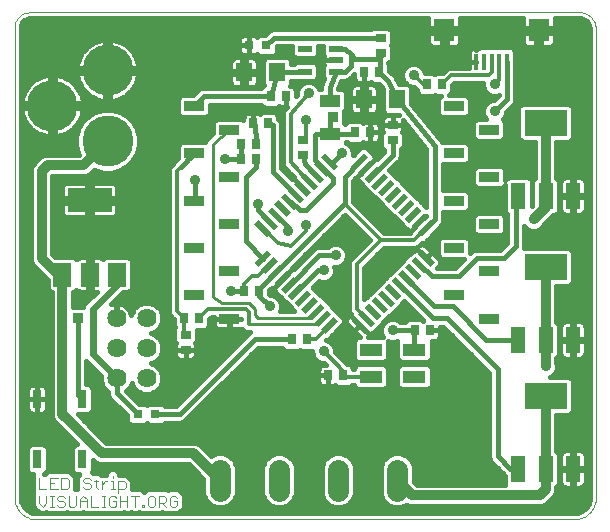
<source format=gtl>
G75*
G70*
%OFA0B0*%
%FSLAX24Y24*%
%IPPOS*%
%LPD*%
%AMOC8*
5,1,8,0,0,1.08239X$1,22.5*
%
%ADD10C,0.0000*%
%ADD11C,0.0030*%
%ADD12R,0.0276X0.0354*%
%ADD13R,0.0551X0.0630*%
%ADD14R,0.0354X0.0276*%
%ADD15R,0.0315X0.0315*%
%ADD16R,0.0591X0.0197*%
%ADD17R,0.0197X0.0591*%
%ADD18R,0.0748X0.0433*%
%ADD19R,0.0709X0.0394*%
%ADD20R,0.0472X0.0217*%
%ADD21R,0.0138X0.0551*%
%ADD22R,0.0709X0.0748*%
%ADD23R,0.0669X0.0335*%
%ADD24C,0.0640*%
%ADD25R,0.0480X0.0880*%
%ADD26R,0.1417X0.0866*%
%ADD27C,0.0705*%
%ADD28C,0.1700*%
%ADD29R,0.0591X0.0787*%
%ADD30R,0.1496X0.0787*%
%ADD31R,0.0300X0.0600*%
%ADD32C,0.0160*%
%ADD33C,0.0120*%
%ADD34C,0.0356*%
%ADD35C,0.0100*%
%ADD36C,0.0240*%
%ADD37R,0.0356X0.0356*%
%ADD38C,0.0320*%
D10*
X000963Y000480D02*
X018988Y000480D01*
X018988Y000481D02*
X019039Y000486D01*
X019089Y000495D01*
X019138Y000508D01*
X019187Y000524D01*
X019234Y000543D01*
X019279Y000566D01*
X019323Y000592D01*
X019365Y000621D01*
X019405Y000653D01*
X019442Y000687D01*
X019477Y000725D01*
X019509Y000764D01*
X019538Y000806D01*
X019564Y000850D01*
X019587Y000896D01*
X019607Y000943D01*
X019623Y000991D01*
X019635Y001040D01*
X019645Y001090D01*
X019650Y001141D01*
X019652Y001192D01*
X019650Y001243D01*
X019650Y016717D01*
X019656Y016764D01*
X019659Y016810D01*
X019658Y016857D01*
X019652Y016904D01*
X019643Y016950D01*
X019630Y016995D01*
X019614Y017039D01*
X019594Y017082D01*
X019570Y017122D01*
X019543Y017161D01*
X019513Y017197D01*
X019480Y017230D01*
X019445Y017261D01*
X019407Y017289D01*
X019367Y017313D01*
X019325Y017335D01*
X019282Y017352D01*
X019237Y017366D01*
X019191Y017376D01*
X000760Y017376D01*
X000718Y017374D01*
X000677Y017369D01*
X000636Y017360D01*
X000596Y017347D01*
X000557Y017331D01*
X000520Y017312D01*
X000485Y017289D01*
X000451Y017264D01*
X000421Y017235D01*
X000392Y017205D01*
X000367Y017171D01*
X000344Y017136D01*
X000325Y017099D01*
X000309Y017060D01*
X000296Y017020D01*
X000287Y016979D01*
X000282Y016938D01*
X000280Y016896D01*
X000280Y001263D01*
X000278Y001211D01*
X000280Y001158D01*
X000286Y001106D01*
X000295Y001054D01*
X000308Y001004D01*
X000325Y000954D01*
X000345Y000905D01*
X000369Y000859D01*
X000396Y000814D01*
X000426Y000771D01*
X000459Y000730D01*
X000495Y000692D01*
X000534Y000656D01*
X000574Y000623D01*
X000618Y000593D01*
X000663Y000567D01*
X000710Y000543D01*
X000758Y000524D01*
X000808Y000507D01*
X000859Y000494D01*
X000911Y000485D01*
X000963Y000480D01*
D11*
X001218Y000895D02*
X001342Y001018D01*
X001342Y001265D01*
X001463Y001265D02*
X001587Y001265D01*
X001525Y001265D02*
X001525Y000895D01*
X001463Y000895D02*
X001587Y000895D01*
X001709Y000957D02*
X001771Y000895D01*
X001894Y000895D01*
X001956Y000957D01*
X001956Y001018D01*
X001894Y001080D01*
X001771Y001080D01*
X001709Y001142D01*
X001709Y001204D01*
X001771Y001265D01*
X001894Y001265D01*
X001956Y001204D01*
X002077Y001265D02*
X002077Y000957D01*
X002139Y000895D01*
X002262Y000895D01*
X002324Y000957D01*
X002324Y001265D01*
X002445Y001142D02*
X002569Y001265D01*
X002692Y001142D01*
X002692Y000895D01*
X002814Y000895D02*
X003061Y000895D01*
X003182Y000895D02*
X003306Y000895D01*
X003244Y000895D02*
X003244Y001265D01*
X003182Y001265D02*
X003306Y001265D01*
X003428Y001204D02*
X003428Y000957D01*
X003489Y000895D01*
X003613Y000895D01*
X003675Y000957D01*
X003675Y001080D01*
X003551Y001080D01*
X003428Y001204D02*
X003489Y001265D01*
X003613Y001265D01*
X003675Y001204D01*
X003796Y001265D02*
X003796Y000895D01*
X003796Y001080D02*
X004043Y001080D01*
X004043Y001265D02*
X004043Y000895D01*
X004288Y000895D02*
X004288Y001265D01*
X004411Y001265D02*
X004164Y001265D01*
X003920Y001495D02*
X003735Y001495D01*
X003612Y001495D02*
X003489Y001495D01*
X003551Y001495D02*
X003551Y001742D01*
X003489Y001742D01*
X003367Y001742D02*
X003306Y001742D01*
X003182Y001618D01*
X003182Y001495D02*
X003182Y001742D01*
X003060Y001742D02*
X002937Y001742D01*
X002998Y001804D02*
X002998Y001557D01*
X003060Y001495D01*
X002815Y001557D02*
X002753Y001495D01*
X002630Y001495D01*
X002568Y001557D01*
X002630Y001680D02*
X002568Y001742D01*
X002568Y001804D01*
X002630Y001865D01*
X002753Y001865D01*
X002815Y001804D01*
X002753Y001680D02*
X002815Y001618D01*
X002815Y001557D01*
X002753Y001680D02*
X002630Y001680D01*
X002814Y001265D02*
X002814Y000895D01*
X002692Y001080D02*
X002445Y001080D01*
X002445Y001142D02*
X002445Y000895D01*
X002017Y001495D02*
X001832Y001495D01*
X001832Y001865D01*
X002017Y001865D01*
X002079Y001804D01*
X002079Y001557D01*
X002017Y001495D01*
X001710Y001495D02*
X001463Y001495D01*
X001463Y001865D01*
X001710Y001865D01*
X001587Y001680D02*
X001463Y001680D01*
X001342Y001495D02*
X001095Y001495D01*
X001095Y001865D01*
X001095Y001265D02*
X001095Y001018D01*
X001218Y000895D01*
X003551Y001865D02*
X003551Y001927D01*
X003735Y001742D02*
X003920Y001742D01*
X003981Y001680D01*
X003981Y001557D01*
X003920Y001495D01*
X003735Y001372D02*
X003735Y001742D01*
X004533Y000957D02*
X004594Y000957D01*
X004594Y000895D01*
X004533Y000895D01*
X004533Y000957D01*
X004717Y000957D02*
X004717Y001204D01*
X004778Y001265D01*
X004902Y001265D01*
X004964Y001204D01*
X004964Y000957D01*
X004902Y000895D01*
X004778Y000895D01*
X004717Y000957D01*
X005085Y001018D02*
X005270Y001018D01*
X005332Y001080D01*
X005332Y001204D01*
X005270Y001265D01*
X005085Y001265D01*
X005085Y000895D01*
X005209Y001018D02*
X005332Y000895D01*
X005453Y000957D02*
X005515Y000895D01*
X005639Y000895D01*
X005700Y000957D01*
X005700Y001080D01*
X005577Y001080D01*
X005700Y001204D02*
X005639Y001265D01*
X005515Y001265D01*
X005453Y001204D01*
X005453Y000957D01*
D12*
X010724Y005280D03*
X011236Y005280D03*
X010036Y006480D03*
X009524Y006480D03*
X008436Y008080D03*
X007924Y008080D03*
X006436Y007180D03*
X005924Y007180D03*
X007824Y012480D03*
X008336Y012480D03*
X008336Y012980D03*
X007824Y012980D03*
X008224Y013680D03*
X008736Y013680D03*
X008824Y014580D03*
X009336Y014580D03*
X011624Y013380D03*
X012136Y013380D03*
X014024Y014980D03*
X014536Y014980D03*
X012436Y015380D03*
X011924Y015380D03*
X013624Y006780D03*
X014136Y006780D03*
D13*
X013031Y014480D03*
X011929Y014480D03*
X009031Y015380D03*
X007929Y015380D03*
D14*
X009880Y013136D03*
X009880Y012624D03*
X012880Y013124D03*
X012880Y013636D03*
X012480Y016024D03*
X012480Y016536D03*
X005980Y006636D03*
X005980Y006124D03*
D15*
X004975Y003980D03*
X004385Y003980D03*
X008085Y016280D03*
X008675Y016280D03*
D16*
G36*
X010913Y012130D02*
X010496Y012545D01*
X010635Y012684D01*
X011052Y012269D01*
X010913Y012130D01*
G37*
G36*
X010691Y011907D02*
X010274Y012322D01*
X010413Y012461D01*
X010830Y012046D01*
X010691Y011907D01*
G37*
G36*
X010468Y011684D02*
X010051Y012099D01*
X010190Y012238D01*
X010607Y011823D01*
X010468Y011684D01*
G37*
G36*
X010246Y011461D02*
X009829Y011876D01*
X009968Y012015D01*
X010385Y011600D01*
X010246Y011461D01*
G37*
G36*
X010024Y011238D02*
X009607Y011653D01*
X009746Y011792D01*
X010163Y011377D01*
X010024Y011238D01*
G37*
G36*
X009802Y011015D02*
X009385Y011430D01*
X009524Y011569D01*
X009941Y011154D01*
X009802Y011015D01*
G37*
G36*
X009579Y010792D02*
X009162Y011207D01*
X009301Y011346D01*
X009718Y010931D01*
X009579Y010792D01*
G37*
G36*
X009357Y010569D02*
X008940Y010984D01*
X009079Y011123D01*
X009496Y010708D01*
X009357Y010569D01*
G37*
G36*
X009135Y010346D02*
X008718Y010761D01*
X008857Y010900D01*
X009274Y010485D01*
X009135Y010346D01*
G37*
G36*
X008912Y010122D02*
X008495Y010537D01*
X008634Y010676D01*
X009051Y010261D01*
X008912Y010122D01*
G37*
G36*
X008690Y009899D02*
X008273Y010314D01*
X008412Y010453D01*
X008829Y010038D01*
X008690Y009899D01*
G37*
G36*
X011925Y006676D02*
X011508Y007091D01*
X011647Y007230D01*
X012064Y006815D01*
X011925Y006676D01*
G37*
G36*
X012147Y006899D02*
X011730Y007314D01*
X011869Y007453D01*
X012286Y007038D01*
X012147Y006899D01*
G37*
G36*
X012370Y007122D02*
X011953Y007537D01*
X012092Y007676D01*
X012509Y007261D01*
X012370Y007122D01*
G37*
G36*
X012592Y007345D02*
X012175Y007760D01*
X012314Y007899D01*
X012731Y007484D01*
X012592Y007345D01*
G37*
G36*
X012814Y007568D02*
X012397Y007983D01*
X012536Y008122D01*
X012953Y007707D01*
X012814Y007568D01*
G37*
G36*
X013036Y007791D02*
X012619Y008206D01*
X012758Y008345D01*
X013175Y007930D01*
X013036Y007791D01*
G37*
G36*
X013259Y008014D02*
X012842Y008429D01*
X012981Y008568D01*
X013398Y008153D01*
X013259Y008014D01*
G37*
G36*
X013481Y008237D02*
X013064Y008652D01*
X013203Y008791D01*
X013620Y008376D01*
X013481Y008237D01*
G37*
G36*
X013703Y008460D02*
X013286Y008875D01*
X013425Y009014D01*
X013842Y008599D01*
X013703Y008460D01*
G37*
G36*
X013926Y008684D02*
X013509Y009099D01*
X013648Y009238D01*
X014065Y008823D01*
X013926Y008684D01*
G37*
G36*
X014148Y008907D02*
X013731Y009322D01*
X013870Y009461D01*
X014287Y009046D01*
X014148Y008907D01*
G37*
D17*
G36*
X013869Y009908D02*
X013730Y010047D01*
X014145Y010464D01*
X014284Y010325D01*
X013869Y009908D01*
G37*
G36*
X013646Y010130D02*
X013507Y010269D01*
X013922Y010686D01*
X014061Y010547D01*
X013646Y010130D01*
G37*
G36*
X013423Y010353D02*
X013284Y010492D01*
X013699Y010909D01*
X013838Y010770D01*
X013423Y010353D01*
G37*
G36*
X013200Y010575D02*
X013061Y010714D01*
X013476Y011131D01*
X013615Y010992D01*
X013200Y010575D01*
G37*
G36*
X012977Y010797D02*
X012838Y010936D01*
X013253Y011353D01*
X013392Y011214D01*
X012977Y010797D01*
G37*
G36*
X012754Y011019D02*
X012615Y011158D01*
X013030Y011575D01*
X013169Y011436D01*
X012754Y011019D01*
G37*
G36*
X012531Y011242D02*
X012392Y011381D01*
X012807Y011798D01*
X012946Y011659D01*
X012531Y011242D01*
G37*
G36*
X012308Y011464D02*
X012169Y011603D01*
X012584Y012020D01*
X012723Y011881D01*
X012308Y011464D01*
G37*
G36*
X012085Y011686D02*
X011946Y011825D01*
X012361Y012242D01*
X012500Y012103D01*
X012085Y011686D01*
G37*
G36*
X011861Y011909D02*
X011722Y012048D01*
X012137Y012465D01*
X012276Y012326D01*
X011861Y011909D01*
G37*
G36*
X011638Y012131D02*
X011499Y012270D01*
X011914Y012687D01*
X012053Y012548D01*
X011638Y012131D01*
G37*
G36*
X008415Y008896D02*
X008276Y009035D01*
X008691Y009452D01*
X008830Y009313D01*
X008415Y008896D01*
G37*
G36*
X008638Y008674D02*
X008499Y008813D01*
X008914Y009230D01*
X009053Y009091D01*
X008638Y008674D01*
G37*
G36*
X008861Y008451D02*
X008722Y008590D01*
X009137Y009007D01*
X009276Y008868D01*
X008861Y008451D01*
G37*
G36*
X009084Y008229D02*
X008945Y008368D01*
X009360Y008785D01*
X009499Y008646D01*
X009084Y008229D01*
G37*
G36*
X009307Y008007D02*
X009168Y008146D01*
X009583Y008563D01*
X009722Y008424D01*
X009307Y008007D01*
G37*
G36*
X009530Y007785D02*
X009391Y007924D01*
X009806Y008341D01*
X009945Y008202D01*
X009530Y007785D01*
G37*
G36*
X009753Y007562D02*
X009614Y007701D01*
X010029Y008118D01*
X010168Y007979D01*
X009753Y007562D01*
G37*
G36*
X009976Y007340D02*
X009837Y007479D01*
X010252Y007896D01*
X010391Y007757D01*
X009976Y007340D01*
G37*
G36*
X010199Y007118D02*
X010060Y007257D01*
X010475Y007674D01*
X010614Y007535D01*
X010199Y007118D01*
G37*
G36*
X010423Y006895D02*
X010284Y007034D01*
X010699Y007451D01*
X010838Y007312D01*
X010423Y006895D01*
G37*
G36*
X010646Y006673D02*
X010507Y006812D01*
X010922Y007229D01*
X011061Y007090D01*
X010646Y006673D01*
G37*
D18*
X012152Y006133D03*
X012152Y005227D03*
X013608Y005227D03*
X013608Y006133D03*
D19*
X010780Y013329D03*
X010780Y014431D03*
D20*
X010992Y015406D03*
X010992Y015780D03*
X010992Y016154D03*
X009968Y016154D03*
X009968Y015406D03*
D21*
X015668Y015737D03*
X015924Y015737D03*
X016180Y015737D03*
X016436Y015737D03*
X016692Y015737D03*
D22*
X017755Y016780D03*
X014605Y016780D03*
D23*
X014920Y014254D03*
X016101Y013467D03*
X014920Y012679D03*
X016101Y011892D03*
X014920Y011104D03*
X016101Y010317D03*
X014920Y009530D03*
X016101Y008742D03*
X014920Y007955D03*
X016101Y007167D03*
X007440Y007167D03*
X006259Y007955D03*
X007440Y008742D03*
X006259Y009530D03*
X007440Y010317D03*
X006259Y011104D03*
X007440Y011892D03*
X006259Y012679D03*
X007440Y013467D03*
X006259Y014254D03*
D24*
X004680Y007180D03*
X004680Y006180D03*
X004680Y005180D03*
X003680Y005180D03*
X003680Y006180D03*
X003680Y007180D03*
D25*
X017070Y006460D03*
X017980Y006460D03*
X018890Y006460D03*
X018890Y002160D03*
X017980Y002160D03*
X017070Y002160D03*
X017070Y011260D03*
X017980Y011260D03*
X018890Y011260D03*
D26*
X017980Y008900D03*
X017980Y004600D03*
X017980Y013700D03*
D27*
X013033Y002133D02*
X013033Y001428D01*
X011064Y001428D02*
X011064Y002133D01*
X009096Y002133D02*
X009096Y001428D01*
X007127Y001428D02*
X007127Y002133D01*
D28*
X003380Y013086D03*
X001530Y014267D03*
X003380Y015449D03*
D29*
X003686Y008640D03*
X002780Y008640D03*
X001874Y008640D03*
D30*
X002780Y011120D03*
D31*
X002530Y004480D03*
X001030Y004480D03*
X001030Y002480D03*
X002530Y002480D03*
D32*
X001061Y000749D02*
X000769Y000749D01*
X000686Y000790D02*
X000549Y000947D01*
X000483Y001144D01*
X000480Y001234D01*
X000480Y001256D01*
X000485Y001332D01*
X000480Y001338D01*
X000480Y016896D01*
X000485Y016951D01*
X000527Y017052D01*
X000604Y017129D01*
X000705Y017171D01*
X000760Y017176D01*
X014071Y017176D01*
X014071Y016860D01*
X014525Y016860D01*
X014525Y016700D01*
X014071Y016700D01*
X014071Y016382D01*
X014083Y016337D01*
X014107Y016295D01*
X014140Y016262D01*
X014181Y016238D01*
X014227Y016226D01*
X014525Y016226D01*
X014525Y016700D01*
X014685Y016700D01*
X014685Y016226D01*
X014983Y016226D01*
X015029Y016238D01*
X015070Y016262D01*
X015104Y016295D01*
X015127Y016337D01*
X015140Y016382D01*
X015140Y016700D01*
X014685Y016700D01*
X014685Y016860D01*
X015140Y016860D01*
X015140Y017176D01*
X017220Y017176D01*
X017220Y016860D01*
X017675Y016860D01*
X017675Y016700D01*
X017835Y016700D01*
X017835Y016860D01*
X018289Y016860D01*
X018289Y017176D01*
X019166Y017176D01*
X019225Y017160D01*
X019346Y017082D01*
X019428Y016964D01*
X019459Y016824D01*
X019458Y016807D01*
X019450Y016799D01*
X019450Y016734D01*
X019439Y016670D01*
X019450Y016654D01*
X019450Y001317D01*
X019445Y001311D01*
X019450Y001236D01*
X019450Y001171D01*
X019450Y001148D01*
X019411Y000992D01*
X019326Y000855D01*
X019203Y000752D01*
X019053Y000691D01*
X018977Y000680D01*
X000974Y000680D01*
X000873Y000697D01*
X000686Y000790D01*
X000584Y000907D02*
X000902Y000907D01*
X000880Y000929D02*
X001003Y000806D01*
X001129Y000680D01*
X001307Y000680D01*
X001341Y000713D01*
X001374Y000680D01*
X001676Y000680D01*
X001679Y000683D01*
X001682Y000680D01*
X001895Y000680D01*
X001983Y000680D01*
X001983Y000680D01*
X001983Y000680D01*
X002016Y000713D01*
X002050Y000680D01*
X002261Y000680D01*
X002351Y000680D01*
X002351Y000680D01*
X002351Y000680D01*
X002354Y000683D01*
X002356Y000680D01*
X002535Y000680D01*
X002569Y000714D01*
X002603Y000680D01*
X003395Y000680D01*
X003397Y000683D01*
X003400Y000680D01*
X003612Y000680D01*
X003702Y000680D01*
X003704Y000683D01*
X003707Y000680D01*
X003885Y000680D01*
X003919Y000714D01*
X003954Y000680D01*
X004132Y000680D01*
X004165Y000713D01*
X004199Y000680D01*
X004377Y000680D01*
X004410Y000713D01*
X004444Y000680D01*
X004683Y000680D01*
X004686Y000683D01*
X004689Y000680D01*
X004901Y000680D01*
X004991Y000680D01*
X004993Y000683D01*
X004996Y000680D01*
X005174Y000680D01*
X005209Y000714D01*
X005243Y000680D01*
X005421Y000680D01*
X005424Y000683D01*
X005426Y000680D01*
X005638Y000680D01*
X005728Y000680D01*
X005789Y000742D01*
X005789Y000742D01*
X005789Y000742D01*
X005854Y000806D01*
X005915Y000868D01*
X005915Y000958D01*
X005915Y001046D01*
X005915Y001293D01*
X005854Y001354D01*
X005728Y001480D01*
X005604Y001480D01*
X005514Y001480D01*
X005426Y001480D01*
X005393Y001447D01*
X005359Y001480D01*
X004996Y001480D01*
X004993Y001478D01*
X004991Y001480D01*
X004868Y001480D01*
X004868Y001480D01*
X004778Y001480D01*
X004689Y001480D01*
X004626Y001417D01*
X004595Y001386D01*
X004500Y001480D01*
X004196Y001480D01*
X004196Y001589D01*
X004196Y001646D01*
X004196Y001769D01*
X004071Y001895D01*
X004009Y001957D01*
X003766Y001957D01*
X003766Y002016D01*
X003640Y002142D01*
X003462Y002142D01*
X003336Y002016D01*
X003336Y001957D01*
X003149Y001957D01*
X003087Y002019D01*
X002909Y002019D01*
X002907Y002016D01*
X002853Y002070D01*
X002880Y002097D01*
X002880Y002471D01*
X002976Y002375D01*
X003108Y002320D01*
X006078Y002320D01*
X006575Y001823D01*
X006575Y001318D01*
X006659Y001115D01*
X006814Y000959D01*
X007017Y000875D01*
X007237Y000875D01*
X007440Y000959D01*
X007596Y001115D01*
X007680Y001318D01*
X007680Y002242D01*
X007596Y002445D01*
X007440Y002601D01*
X007237Y002685D01*
X007017Y002685D01*
X006815Y002601D01*
X006431Y002985D01*
X006299Y003040D01*
X003329Y003040D01*
X002389Y003980D01*
X002763Y003980D01*
X002880Y004097D01*
X002880Y004863D01*
X002763Y004980D01*
X002660Y004980D01*
X002660Y005747D01*
X003160Y005247D01*
X003160Y005077D01*
X003239Y004885D01*
X003385Y004739D01*
X003400Y004733D01*
X003400Y004629D01*
X003443Y004526D01*
X004027Y003942D01*
X004027Y003740D01*
X004144Y003623D01*
X004625Y003623D01*
X004680Y003677D01*
X004735Y003623D01*
X005216Y003623D01*
X005293Y003700D01*
X005836Y003700D01*
X005939Y003743D01*
X008396Y006200D01*
X009206Y006200D01*
X009303Y006103D01*
X009745Y006103D01*
X009780Y006138D01*
X009815Y006103D01*
X010202Y006103D01*
X010202Y006005D01*
X010259Y005866D01*
X010366Y005759D01*
X010505Y005702D01*
X010590Y005702D01*
X010655Y005637D01*
X010563Y005637D01*
X010517Y005625D01*
X010476Y005601D01*
X010442Y005568D01*
X010419Y005527D01*
X010406Y005481D01*
X010406Y005280D01*
X010406Y005079D01*
X010419Y005033D01*
X010442Y004992D01*
X010476Y004959D01*
X010517Y004935D01*
X010563Y004923D01*
X010724Y004923D01*
X010724Y005280D01*
X010406Y005280D01*
X010724Y005280D01*
X010724Y005280D01*
X010724Y005280D01*
X010724Y004923D01*
X010886Y004923D01*
X010931Y004935D01*
X010964Y004954D01*
X011015Y004903D01*
X011457Y004903D01*
X011521Y004967D01*
X011578Y004967D01*
X011578Y004928D01*
X011695Y004811D01*
X012609Y004811D01*
X012726Y004928D01*
X012726Y005527D01*
X012609Y005644D01*
X011695Y005644D01*
X011578Y005527D01*
X011578Y005487D01*
X011574Y005487D01*
X011574Y005540D01*
X011457Y005657D01*
X011371Y005657D01*
X010958Y006070D01*
X010958Y006155D01*
X010901Y006294D01*
X010794Y006401D01*
X010658Y006457D01*
X010673Y006472D01*
X010728Y006472D01*
X011262Y007008D01*
X011262Y007174D01*
X011039Y007396D01*
X010815Y007618D01*
X010815Y007618D01*
X010592Y007841D01*
X010369Y008063D01*
X010214Y008218D01*
X010429Y008433D01*
X010505Y008402D01*
X010655Y008402D01*
X010794Y008459D01*
X010901Y008566D01*
X010958Y008705D01*
X010958Y008855D01*
X010939Y008902D01*
X011055Y008902D01*
X011194Y008959D01*
X011301Y009066D01*
X011358Y009205D01*
X011358Y009355D01*
X011301Y009494D01*
X011194Y009601D01*
X011055Y009658D01*
X010905Y009658D01*
X010766Y009601D01*
X010725Y009560D01*
X010385Y009560D01*
X010282Y009517D01*
X010203Y009439D01*
X009583Y008819D01*
X009557Y008844D01*
X009533Y008868D01*
X011279Y010613D01*
X012112Y009780D01*
X011533Y009200D01*
X011460Y009127D01*
X011420Y009032D01*
X011420Y007452D01*
X011460Y007357D01*
X011489Y007328D01*
X011449Y007288D01*
X011363Y007202D01*
X011339Y007161D01*
X011327Y007115D01*
X011327Y007067D01*
X011340Y007022D01*
X011363Y006981D01*
X011589Y006755D01*
X011796Y006549D01*
X011695Y006549D01*
X011578Y006432D01*
X011578Y005833D01*
X011695Y005716D01*
X012609Y005716D01*
X012726Y005833D01*
X012726Y006432D01*
X012721Y006436D01*
X012805Y006402D01*
X012955Y006402D01*
X013039Y006436D01*
X013034Y006432D01*
X013034Y005833D01*
X013151Y005716D01*
X014065Y005716D01*
X014182Y005833D01*
X014182Y006423D01*
X014297Y006423D01*
X014343Y006435D01*
X014384Y006459D01*
X014418Y006492D01*
X014441Y006533D01*
X014454Y006579D01*
X014454Y006780D01*
X014454Y006900D01*
X014564Y006900D01*
X016100Y005364D01*
X016100Y002524D01*
X016143Y002421D01*
X016563Y002001D01*
X016630Y001934D01*
X016630Y001640D01*
X013682Y001640D01*
X013585Y001737D01*
X013585Y002242D01*
X013501Y002445D01*
X013346Y002601D01*
X013143Y002685D01*
X012923Y002685D01*
X012720Y002601D01*
X012564Y002445D01*
X012480Y002242D01*
X012480Y001318D01*
X012564Y001115D01*
X012720Y000959D01*
X012923Y000875D01*
X013143Y000875D01*
X013346Y000959D01*
X013352Y000965D01*
X013461Y000920D01*
X017852Y000920D01*
X017984Y000975D01*
X018085Y001076D01*
X018285Y001276D01*
X018340Y001408D01*
X018340Y001557D01*
X018420Y001637D01*
X018420Y002683D01*
X018340Y002763D01*
X018340Y003967D01*
X018772Y003967D01*
X018889Y004084D01*
X018889Y005116D01*
X018772Y005233D01*
X018131Y005233D01*
X018194Y005259D01*
X018301Y005366D01*
X018358Y005505D01*
X018358Y005655D01*
X018340Y005699D01*
X018340Y005857D01*
X018420Y005937D01*
X018420Y006983D01*
X018340Y007063D01*
X018340Y008267D01*
X018772Y008267D01*
X018889Y008384D01*
X018889Y009416D01*
X018772Y009533D01*
X017260Y009533D01*
X017260Y010265D01*
X017366Y010159D01*
X017505Y010102D01*
X017655Y010102D01*
X017794Y010159D01*
X017901Y010266D01*
X017919Y010310D01*
X018229Y010620D01*
X018303Y010620D01*
X018420Y010737D01*
X018420Y011783D01*
X018340Y011863D01*
X018340Y013067D01*
X018772Y013067D01*
X018889Y013184D01*
X018889Y014216D01*
X018772Y014333D01*
X017188Y014333D01*
X017071Y014216D01*
X017071Y013184D01*
X017188Y013067D01*
X017620Y013067D01*
X017620Y011863D01*
X017540Y011783D01*
X017540Y010949D01*
X017510Y010919D01*
X017510Y011783D01*
X017393Y011900D01*
X016747Y011900D01*
X016636Y011788D01*
X016636Y012142D01*
X016519Y012259D01*
X015684Y012259D01*
X015567Y012142D01*
X015567Y011642D01*
X015684Y011524D01*
X016519Y011524D01*
X016630Y011636D01*
X016630Y010737D01*
X016700Y010667D01*
X016700Y009696D01*
X016464Y009460D01*
X015624Y009460D01*
X015521Y009417D01*
X015455Y009351D01*
X015455Y009780D01*
X015338Y009897D01*
X014503Y009897D01*
X014386Y009780D01*
X014386Y009279D01*
X014503Y009162D01*
X015266Y009162D01*
X014964Y008860D01*
X014358Y008860D01*
X014432Y008935D01*
X014456Y008976D01*
X014468Y009022D01*
X014468Y009069D01*
X014455Y009115D01*
X014432Y009156D01*
X014206Y009381D01*
X014009Y009184D01*
X014009Y009184D01*
X013672Y009519D01*
X013592Y009439D01*
X013564Y009439D01*
X013342Y009215D01*
X013119Y008992D01*
X012897Y008769D01*
X012897Y008769D01*
X012675Y008546D01*
X012675Y008546D01*
X012452Y008323D01*
X012230Y008100D01*
X012230Y008100D01*
X012008Y007877D01*
X012008Y007877D01*
X011940Y007809D01*
X011940Y008872D01*
X012588Y009520D01*
X013632Y009520D01*
X013702Y009549D01*
X013672Y009519D01*
X014009Y009184D01*
X014206Y009381D01*
X013980Y009606D01*
X013939Y009630D01*
X013893Y009642D01*
X013845Y009642D01*
X013800Y009629D01*
X013794Y009626D01*
X013800Y009633D01*
X013875Y009707D01*
X013952Y009707D01*
X014486Y010243D01*
X014486Y010290D01*
X014517Y010321D01*
X014560Y010424D01*
X014560Y010737D01*
X015338Y010737D01*
X015455Y010854D01*
X015455Y011355D01*
X015338Y011472D01*
X014560Y011472D01*
X014560Y012312D01*
X015338Y012312D01*
X015455Y012429D01*
X015455Y012929D01*
X015338Y013047D01*
X014538Y013047D01*
X014533Y013064D01*
X014523Y013076D01*
X014517Y013090D01*
X014496Y013111D01*
X014496Y013112D02*
X015672Y013112D01*
X015684Y013099D02*
X016519Y013099D01*
X016636Y013216D01*
X016636Y013717D01*
X016544Y013809D01*
X016601Y013866D01*
X016658Y014005D01*
X016658Y014062D01*
X016929Y014333D01*
X016972Y014436D01*
X016972Y015792D01*
X016961Y015819D01*
X016961Y016095D01*
X016844Y016212D01*
X015772Y016212D01*
X015752Y016192D01*
X015668Y016192D01*
X015576Y016192D01*
X015530Y016180D01*
X015489Y016156D01*
X015455Y016123D01*
X015432Y016082D01*
X015419Y016036D01*
X015419Y015737D01*
X015655Y015737D01*
X015655Y015737D01*
X015419Y015737D01*
X015419Y015540D01*
X014784Y015540D01*
X014689Y015500D01*
X014545Y015357D01*
X014315Y015357D01*
X014280Y015322D01*
X014245Y015357D01*
X013957Y015357D01*
X013901Y015494D01*
X013794Y015601D01*
X013655Y015658D01*
X013505Y015658D01*
X013366Y015601D01*
X013259Y015494D01*
X013202Y015355D01*
X013202Y015205D01*
X013259Y015066D01*
X013330Y014995D01*
X013088Y014995D01*
X012986Y015201D01*
X012969Y015243D01*
X012962Y015250D01*
X012957Y015259D01*
X012922Y015289D01*
X012774Y015438D01*
X012774Y015640D01*
X012737Y015677D01*
X012738Y015686D01*
X012740Y015686D01*
X012857Y015803D01*
X012857Y016245D01*
X012822Y016280D01*
X012857Y016315D01*
X012857Y016757D01*
X014525Y016757D01*
X014525Y016599D02*
X014685Y016599D01*
X014685Y016757D02*
X017675Y016757D01*
X017675Y016700D02*
X017220Y016700D01*
X017220Y016382D01*
X017233Y016337D01*
X017256Y016295D01*
X017290Y016262D01*
X017331Y016238D01*
X017377Y016226D01*
X017675Y016226D01*
X017675Y016700D01*
X017675Y016599D02*
X017835Y016599D01*
X017835Y016700D02*
X017835Y016226D01*
X018133Y016226D01*
X018179Y016238D01*
X018220Y016262D01*
X018253Y016295D01*
X018277Y016337D01*
X018289Y016382D01*
X018289Y016700D01*
X017835Y016700D01*
X017835Y016757D02*
X019450Y016757D01*
X019450Y016599D02*
X018289Y016599D01*
X018289Y016440D02*
X019450Y016440D01*
X019450Y016282D02*
X018239Y016282D01*
X017835Y016282D02*
X017675Y016282D01*
X017675Y016440D02*
X017835Y016440D01*
X017270Y016282D02*
X015090Y016282D01*
X015140Y016440D02*
X017220Y016440D01*
X017220Y016599D02*
X015140Y016599D01*
X015140Y016916D02*
X017220Y016916D01*
X017220Y017074D02*
X015140Y017074D01*
X014685Y016440D02*
X014525Y016440D01*
X014525Y016282D02*
X014685Y016282D01*
X014121Y016282D02*
X012823Y016282D01*
X012857Y016440D02*
X014071Y016440D01*
X014071Y016599D02*
X012857Y016599D01*
X012857Y016757D02*
X012740Y016874D01*
X012220Y016874D01*
X012162Y016816D01*
X008875Y016816D01*
X008773Y016773D01*
X008637Y016637D01*
X008435Y016637D01*
X008366Y016568D01*
X008353Y016582D01*
X008312Y016605D01*
X008266Y016617D01*
X008085Y016617D01*
X008085Y016280D01*
X008085Y015943D01*
X008266Y015943D01*
X008312Y015955D01*
X008353Y015978D01*
X008366Y015992D01*
X008435Y015923D01*
X008916Y015923D01*
X009033Y016040D01*
X009033Y016242D01*
X009047Y016256D01*
X009532Y016256D01*
X009532Y015963D01*
X009649Y015846D01*
X010287Y015846D01*
X010404Y015963D01*
X010404Y016256D01*
X010556Y016256D01*
X010556Y015963D01*
X010582Y015936D01*
X010576Y015912D01*
X010576Y015780D01*
X010576Y015648D01*
X010582Y015624D01*
X010556Y015597D01*
X010556Y015215D01*
X010594Y015177D01*
X010522Y015004D01*
X010500Y014950D01*
X010500Y014950D01*
X010500Y014950D01*
X010500Y014894D01*
X010500Y014828D01*
X010428Y014828D01*
X010401Y014894D01*
X010294Y015001D01*
X010155Y015058D01*
X010005Y015058D01*
X009866Y015001D01*
X009759Y014894D01*
X009702Y014755D01*
X009702Y014638D01*
X009654Y014582D01*
X009654Y014781D01*
X009641Y014827D01*
X009618Y014868D01*
X009584Y014901D01*
X009543Y014925D01*
X009497Y014937D01*
X009462Y014937D01*
X009507Y014982D01*
X009507Y015100D01*
X009647Y015100D01*
X009649Y015098D01*
X010287Y015098D01*
X010404Y015215D01*
X010404Y015597D01*
X010287Y015714D01*
X009649Y015714D01*
X009595Y015660D01*
X009507Y015660D01*
X009507Y015778D01*
X009390Y015895D01*
X008673Y015895D01*
X008556Y015778D01*
X008556Y014982D01*
X008592Y014946D01*
X008506Y014860D01*
X006529Y014860D01*
X006426Y014817D01*
X006230Y014621D01*
X005841Y014621D01*
X005724Y014504D01*
X005724Y014004D01*
X005841Y013887D01*
X006676Y013887D01*
X006793Y014004D01*
X006793Y014300D01*
X008506Y014300D01*
X008603Y014203D01*
X009045Y014203D01*
X009096Y014254D01*
X009129Y014235D01*
X009174Y014223D01*
X009336Y014223D01*
X009346Y014223D01*
X009289Y014157D01*
X009260Y014127D01*
X009256Y014118D01*
X009249Y014110D01*
X009236Y014070D01*
X009220Y014032D01*
X009220Y014021D01*
X009217Y014012D01*
X009220Y013970D01*
X009220Y012383D01*
X009219Y012335D01*
X009220Y012332D01*
X009220Y012328D01*
X009239Y012284D01*
X009256Y012238D01*
X009258Y012236D01*
X009260Y012233D01*
X009294Y012198D01*
X009543Y011936D01*
X009545Y011933D01*
X009579Y011898D01*
X009587Y011890D01*
X009548Y011850D01*
X009524Y011826D01*
X009160Y012190D01*
X009160Y013572D01*
X009161Y013575D01*
X009161Y013596D01*
X009164Y013607D01*
X009160Y013649D01*
X009160Y013680D01*
X009159Y013683D01*
X009159Y013686D01*
X009156Y013692D01*
X009153Y013718D01*
X009101Y013816D01*
X009074Y013839D01*
X009074Y013940D01*
X008957Y014057D01*
X008515Y014057D01*
X008464Y014006D01*
X008431Y014025D01*
X008386Y014037D01*
X008224Y014037D01*
X008063Y014037D01*
X008017Y014025D01*
X007976Y014001D01*
X007942Y013968D01*
X007919Y013927D01*
X007906Y013881D01*
X007906Y013785D01*
X007857Y013834D01*
X007022Y013834D01*
X006905Y013717D01*
X006905Y013351D01*
X006750Y013224D01*
X006738Y013219D01*
X006712Y013192D01*
X006683Y013168D01*
X006677Y013157D01*
X006668Y013148D01*
X006654Y013114D01*
X006636Y013081D01*
X006635Y013068D01*
X006630Y013056D01*
X006630Y013047D01*
X005841Y013047D01*
X005724Y012929D01*
X005724Y012520D01*
X005587Y012383D01*
X005567Y012334D01*
X005460Y012227D01*
X005420Y012132D01*
X005420Y007372D01*
X005460Y007277D01*
X005533Y007204D01*
X005586Y007150D01*
X005586Y006920D01*
X005626Y006880D01*
X005603Y006857D01*
X005603Y006415D01*
X005654Y006364D01*
X005635Y006331D01*
X005623Y006286D01*
X005623Y006124D01*
X005623Y005963D01*
X005635Y005917D01*
X005659Y005876D01*
X005692Y005842D01*
X005733Y005819D01*
X005779Y005806D01*
X005980Y005806D01*
X006181Y005806D01*
X006227Y005819D01*
X006268Y005842D01*
X006301Y005876D01*
X006325Y005917D01*
X006337Y005963D01*
X006337Y006124D01*
X005980Y006124D01*
X005980Y005806D01*
X005980Y006124D01*
X005980Y006124D01*
X005980Y006124D01*
X005623Y006124D01*
X005980Y006124D01*
X005980Y006124D01*
X006337Y006124D01*
X006337Y006286D01*
X006325Y006331D01*
X006306Y006364D01*
X006357Y006415D01*
X006357Y006803D01*
X006657Y006803D01*
X006774Y006920D01*
X006774Y007150D01*
X006844Y007220D01*
X006925Y007220D01*
X006925Y007171D01*
X007436Y007171D01*
X007436Y007164D01*
X006925Y007164D01*
X006925Y006976D01*
X006937Y006931D01*
X006961Y006890D01*
X006995Y006856D01*
X007036Y006832D01*
X007081Y006820D01*
X007436Y006820D01*
X007436Y007164D01*
X007444Y007164D01*
X007820Y007164D01*
X007820Y007171D01*
X007444Y007171D01*
X007444Y007164D01*
X007444Y006820D01*
X007798Y006820D01*
X007844Y006832D01*
X007857Y006840D01*
X007860Y006833D01*
X007933Y006760D01*
X008028Y006720D01*
X008128Y006720D01*
X008121Y006717D01*
X008043Y006639D01*
X008043Y006639D01*
X005664Y004260D01*
X005293Y004260D01*
X005216Y004337D01*
X004735Y004337D01*
X004680Y004283D01*
X004625Y004337D01*
X004423Y004337D01*
X003998Y004763D01*
X004121Y004885D01*
X004180Y005028D01*
X004180Y005028D01*
X004239Y004885D01*
X004385Y004739D01*
X004577Y004660D01*
X004783Y004660D01*
X004975Y004739D01*
X005121Y004885D01*
X005200Y005077D01*
X005200Y005283D01*
X005121Y005475D01*
X004975Y005621D01*
X004832Y005680D01*
X004975Y005739D01*
X005121Y005885D01*
X005200Y006077D01*
X005200Y006283D01*
X005121Y006475D01*
X004975Y006621D01*
X004832Y006680D01*
X004975Y006739D01*
X005121Y006885D01*
X005200Y007077D01*
X005200Y007283D01*
X005121Y007475D01*
X004975Y007621D01*
X004783Y007700D01*
X004577Y007700D01*
X004385Y007621D01*
X004239Y007475D01*
X004167Y007300D01*
X004143Y007372D01*
X004108Y007442D01*
X004061Y007506D01*
X004006Y007561D01*
X003942Y007608D01*
X003872Y007643D01*
X003797Y007668D01*
X003719Y007680D01*
X003689Y007680D01*
X003689Y007189D01*
X003671Y007189D01*
X003671Y007680D01*
X003641Y007680D01*
X003563Y007668D01*
X003500Y007647D01*
X003899Y008046D01*
X004064Y008046D01*
X004181Y008163D01*
X004181Y009116D01*
X004064Y009234D01*
X003307Y009234D01*
X003219Y009145D01*
X003186Y009178D01*
X003145Y009201D01*
X003099Y009214D01*
X002848Y009214D01*
X002848Y008707D01*
X002712Y008707D01*
X002712Y009214D01*
X002461Y009214D01*
X002415Y009201D01*
X002374Y009178D01*
X002341Y009145D01*
X002253Y009234D01*
X001636Y009234D01*
X001540Y009329D01*
X001540Y011920D01*
X002645Y011920D01*
X002778Y011975D01*
X002879Y012076D01*
X002934Y012131D01*
X002975Y012108D01*
X003242Y012036D01*
X003518Y012036D01*
X003785Y012108D01*
X004025Y012246D01*
X004220Y012442D01*
X004358Y012681D01*
X004430Y012948D01*
X004430Y013225D01*
X004358Y013492D01*
X004220Y013731D01*
X004025Y013927D01*
X003785Y014065D01*
X003518Y014136D01*
X003242Y014136D01*
X002975Y014065D01*
X002735Y013927D01*
X002540Y013731D01*
X002402Y013492D01*
X002330Y013225D01*
X002330Y012948D01*
X002402Y012681D01*
X002425Y012640D01*
X002425Y012640D01*
X001308Y012640D01*
X001176Y012585D01*
X000976Y012385D01*
X000875Y012284D01*
X000820Y012152D01*
X000820Y009108D01*
X000875Y008976D01*
X001379Y008472D01*
X001379Y008163D01*
X001496Y008046D01*
X001514Y008046D01*
X001514Y003914D01*
X001569Y003782D01*
X002371Y002980D01*
X002297Y002980D01*
X002180Y002863D01*
X002180Y002097D01*
X002297Y001980D01*
X002441Y001980D01*
X002415Y001954D01*
X002353Y001893D01*
X002353Y001893D01*
X002353Y001805D01*
X002353Y001743D01*
X002353Y001653D01*
X002353Y001653D01*
X002353Y001653D01*
X002357Y001649D01*
X002353Y001646D01*
X002353Y001480D01*
X002294Y001480D01*
X002294Y001558D01*
X002294Y001646D01*
X002294Y001893D01*
X002232Y001954D01*
X002106Y002080D01*
X001374Y002080D01*
X001279Y001985D01*
X001274Y001991D01*
X001380Y002097D01*
X001380Y002863D01*
X001263Y002980D01*
X000797Y002980D01*
X000680Y002863D01*
X000680Y002097D01*
X000797Y001980D01*
X000906Y001980D01*
X000880Y001954D01*
X000880Y001406D01*
X000906Y001380D01*
X000880Y001354D01*
X000880Y000929D01*
X000880Y001066D02*
X000509Y001066D01*
X000480Y001224D02*
X000880Y001224D01*
X000903Y001383D02*
X000480Y001383D01*
X000480Y001541D02*
X000880Y001541D01*
X000880Y001700D02*
X000480Y001700D01*
X000480Y001858D02*
X000880Y001858D01*
X000761Y002017D02*
X000480Y002017D01*
X000480Y002175D02*
X000680Y002175D01*
X000680Y002334D02*
X000480Y002334D01*
X000480Y002492D02*
X000680Y002492D01*
X000680Y002651D02*
X000480Y002651D01*
X000480Y002809D02*
X000680Y002809D01*
X000785Y002968D02*
X000480Y002968D01*
X000480Y003126D02*
X002225Y003126D01*
X002285Y002968D02*
X001275Y002968D01*
X001380Y002809D02*
X002180Y002809D01*
X002180Y002651D02*
X001380Y002651D01*
X001380Y002492D02*
X002180Y002492D01*
X002180Y002334D02*
X001380Y002334D01*
X001380Y002175D02*
X002180Y002175D01*
X002170Y002017D02*
X002261Y002017D01*
X002353Y001893D02*
X002353Y001893D01*
X002353Y001858D02*
X002294Y001858D01*
X002415Y001954D02*
X002415Y001954D01*
X002353Y001700D02*
X002294Y001700D01*
X002294Y001646D02*
X002294Y001646D01*
X002294Y001541D02*
X002353Y001541D01*
X002906Y002017D02*
X002907Y002017D01*
X002880Y002175D02*
X006223Y002175D01*
X006382Y002017D02*
X003765Y002017D01*
X004108Y001858D02*
X006540Y001858D01*
X006575Y001700D02*
X004196Y001700D01*
X004196Y001646D02*
X004196Y001646D01*
X004196Y001541D02*
X006575Y001541D01*
X006575Y001383D02*
X005825Y001383D01*
X005915Y001224D02*
X006614Y001224D01*
X006708Y001066D02*
X005915Y001066D01*
X005915Y001046D02*
X005915Y001046D01*
X005915Y000907D02*
X006940Y000907D01*
X007314Y000907D02*
X008909Y000907D01*
X008986Y000875D02*
X008783Y000959D01*
X008627Y001115D01*
X008543Y001318D01*
X008543Y002242D01*
X008627Y002445D01*
X008783Y002601D01*
X008986Y002685D01*
X009206Y002685D01*
X009409Y002601D01*
X009564Y002445D01*
X009648Y002242D01*
X009648Y001318D01*
X009564Y001115D01*
X009409Y000959D01*
X009206Y000875D01*
X008986Y000875D01*
X009283Y000907D02*
X010877Y000907D01*
X010954Y000875D02*
X010751Y000959D01*
X010596Y001115D01*
X010512Y001318D01*
X010512Y002242D01*
X010596Y002445D01*
X010751Y002601D01*
X010954Y002685D01*
X011174Y002685D01*
X011377Y002601D01*
X011533Y002445D01*
X011617Y002242D01*
X011617Y001318D01*
X011533Y001115D01*
X011377Y000959D01*
X011174Y000875D01*
X010954Y000875D01*
X011251Y000907D02*
X012846Y000907D01*
X012613Y001066D02*
X011484Y001066D01*
X011578Y001224D02*
X012519Y001224D01*
X012480Y001383D02*
X011617Y001383D01*
X011617Y001541D02*
X012480Y001541D01*
X012480Y001700D02*
X011617Y001700D01*
X011617Y001858D02*
X012480Y001858D01*
X012480Y002017D02*
X011617Y002017D01*
X011617Y002175D02*
X012480Y002175D01*
X012518Y002334D02*
X011579Y002334D01*
X011486Y002492D02*
X012611Y002492D01*
X012840Y002651D02*
X011257Y002651D01*
X010871Y002651D02*
X009289Y002651D01*
X009518Y002492D02*
X010642Y002492D01*
X010549Y002334D02*
X009611Y002334D01*
X009648Y002175D02*
X010512Y002175D01*
X010512Y002017D02*
X009648Y002017D01*
X009648Y001858D02*
X010512Y001858D01*
X010512Y001700D02*
X009648Y001700D01*
X009648Y001541D02*
X010512Y001541D01*
X010512Y001383D02*
X009648Y001383D01*
X009609Y001224D02*
X010551Y001224D01*
X010645Y001066D02*
X009515Y001066D01*
X008676Y001066D02*
X007547Y001066D01*
X007641Y001224D02*
X008582Y001224D01*
X008543Y001383D02*
X007680Y001383D01*
X007680Y001541D02*
X008543Y001541D01*
X008543Y001700D02*
X007680Y001700D01*
X007680Y001858D02*
X008543Y001858D01*
X008543Y002017D02*
X007680Y002017D01*
X007680Y002175D02*
X008543Y002175D01*
X008581Y002334D02*
X007642Y002334D01*
X007549Y002492D02*
X008674Y002492D01*
X008903Y002651D02*
X007320Y002651D01*
X006934Y002651D02*
X006766Y002651D01*
X006607Y002809D02*
X016100Y002809D01*
X016100Y002651D02*
X013226Y002651D01*
X013455Y002492D02*
X016113Y002492D01*
X016231Y002334D02*
X013548Y002334D01*
X013585Y002175D02*
X016389Y002175D01*
X016548Y002017D02*
X013585Y002017D01*
X013585Y001858D02*
X016630Y001858D01*
X016630Y001700D02*
X013622Y001700D01*
X013220Y000907D02*
X019358Y000907D01*
X019429Y001066D02*
X018075Y001066D01*
X018233Y001224D02*
X019450Y001224D01*
X019450Y001383D02*
X018329Y001383D01*
X018340Y001541D02*
X018622Y001541D01*
X018626Y001540D02*
X018850Y001540D01*
X018850Y002120D01*
X018930Y002120D01*
X018930Y002200D01*
X019310Y002200D01*
X019310Y002624D01*
X019298Y002669D01*
X019274Y002710D01*
X019240Y002744D01*
X019199Y002768D01*
X019154Y002780D01*
X018930Y002780D01*
X018930Y002200D01*
X018850Y002200D01*
X018850Y002780D01*
X018626Y002780D01*
X018580Y002768D01*
X018539Y002744D01*
X018506Y002710D01*
X018482Y002669D01*
X018470Y002624D01*
X018470Y002200D01*
X018850Y002200D01*
X018850Y002120D01*
X018470Y002120D01*
X018470Y001696D01*
X018482Y001650D01*
X018506Y001609D01*
X018539Y001576D01*
X018580Y001552D01*
X018626Y001540D01*
X018470Y001700D02*
X018420Y001700D01*
X018420Y001858D02*
X018470Y001858D01*
X018470Y002017D02*
X018420Y002017D01*
X018420Y002175D02*
X018850Y002175D01*
X018930Y002175D02*
X019450Y002175D01*
X019310Y002120D02*
X018930Y002120D01*
X018930Y001540D01*
X019154Y001540D01*
X019199Y001552D01*
X019240Y001576D01*
X019274Y001609D01*
X019298Y001650D01*
X019310Y001696D01*
X019310Y002120D01*
X019310Y002017D02*
X019450Y002017D01*
X019450Y001858D02*
X019310Y001858D01*
X019310Y001700D02*
X019450Y001700D01*
X019450Y001541D02*
X019157Y001541D01*
X018930Y001541D02*
X018850Y001541D01*
X018850Y001700D02*
X018930Y001700D01*
X018930Y001858D02*
X018850Y001858D01*
X018850Y002017D02*
X018930Y002017D01*
X018930Y002334D02*
X018850Y002334D01*
X018850Y002492D02*
X018930Y002492D01*
X018930Y002651D02*
X018850Y002651D01*
X018477Y002651D02*
X018420Y002651D01*
X018420Y002492D02*
X018470Y002492D01*
X018470Y002334D02*
X018420Y002334D01*
X018340Y002809D02*
X019450Y002809D01*
X019450Y002651D02*
X019303Y002651D01*
X019310Y002492D02*
X019450Y002492D01*
X019450Y002334D02*
X019310Y002334D01*
X019450Y002968D02*
X018340Y002968D01*
X018340Y003126D02*
X019450Y003126D01*
X019450Y003285D02*
X018340Y003285D01*
X018340Y003443D02*
X019450Y003443D01*
X019450Y003602D02*
X018340Y003602D01*
X018340Y003760D02*
X019450Y003760D01*
X019450Y003919D02*
X018340Y003919D01*
X018882Y004077D02*
X019450Y004077D01*
X019450Y004236D02*
X018889Y004236D01*
X018889Y004394D02*
X019450Y004394D01*
X019450Y004553D02*
X018889Y004553D01*
X018889Y004711D02*
X019450Y004711D01*
X019450Y004870D02*
X018889Y004870D01*
X018889Y005028D02*
X019450Y005028D01*
X019450Y005187D02*
X018818Y005187D01*
X018358Y005504D02*
X019450Y005504D01*
X019450Y005662D02*
X018355Y005662D01*
X018340Y005821D02*
X019450Y005821D01*
X019450Y005979D02*
X019305Y005979D01*
X019310Y005996D02*
X019310Y006420D01*
X018930Y006420D01*
X018930Y006500D01*
X019310Y006500D01*
X019310Y006924D01*
X019298Y006969D01*
X019274Y007010D01*
X019240Y007044D01*
X019199Y007068D01*
X019154Y007080D01*
X018930Y007080D01*
X018930Y006500D01*
X018850Y006500D01*
X018850Y007080D01*
X018626Y007080D01*
X018580Y007068D01*
X018539Y007044D01*
X018506Y007010D01*
X018482Y006969D01*
X018470Y006924D01*
X018470Y006500D01*
X018850Y006500D01*
X018850Y006420D01*
X018930Y006420D01*
X018930Y005840D01*
X019154Y005840D01*
X019199Y005852D01*
X019240Y005876D01*
X019274Y005909D01*
X019298Y005950D01*
X019310Y005996D01*
X019310Y006138D02*
X019450Y006138D01*
X019450Y006296D02*
X019310Y006296D01*
X019450Y006455D02*
X018930Y006455D01*
X018850Y006455D02*
X018420Y006455D01*
X018470Y006420D02*
X018470Y005996D01*
X018482Y005950D01*
X018506Y005909D01*
X018539Y005876D01*
X018580Y005852D01*
X018626Y005840D01*
X018850Y005840D01*
X018850Y006420D01*
X018470Y006420D01*
X018470Y006296D02*
X018420Y006296D01*
X018420Y006138D02*
X018470Y006138D01*
X018475Y005979D02*
X018420Y005979D01*
X018850Y005979D02*
X018930Y005979D01*
X018930Y006138D02*
X018850Y006138D01*
X018850Y006296D02*
X018930Y006296D01*
X018930Y006613D02*
X018850Y006613D01*
X018850Y006772D02*
X018930Y006772D01*
X018930Y006930D02*
X018850Y006930D01*
X018472Y006930D02*
X018420Y006930D01*
X018420Y006772D02*
X018470Y006772D01*
X018470Y006613D02*
X018420Y006613D01*
X018340Y007089D02*
X019450Y007089D01*
X019450Y007247D02*
X018340Y007247D01*
X018340Y007406D02*
X019450Y007406D01*
X019450Y007564D02*
X018340Y007564D01*
X018340Y007723D02*
X019450Y007723D01*
X019450Y007881D02*
X018340Y007881D01*
X018340Y008040D02*
X019450Y008040D01*
X019450Y008198D02*
X018340Y008198D01*
X018861Y008357D02*
X019450Y008357D01*
X019450Y008515D02*
X018889Y008515D01*
X018889Y008674D02*
X019450Y008674D01*
X019450Y008832D02*
X018889Y008832D01*
X018889Y008991D02*
X019450Y008991D01*
X019450Y009149D02*
X018889Y009149D01*
X018889Y009308D02*
X019450Y009308D01*
X019450Y009466D02*
X018839Y009466D01*
X019450Y009625D02*
X017260Y009625D01*
X017260Y009783D02*
X019450Y009783D01*
X019450Y009942D02*
X017260Y009942D01*
X017260Y010100D02*
X019450Y010100D01*
X019450Y010259D02*
X017893Y010259D01*
X018026Y010417D02*
X019450Y010417D01*
X019450Y010576D02*
X018185Y010576D01*
X018417Y010734D02*
X018492Y010734D01*
X018482Y010750D02*
X018506Y010709D01*
X018539Y010676D01*
X018580Y010652D01*
X018626Y010640D01*
X018850Y010640D01*
X018850Y011220D01*
X018930Y011220D01*
X018930Y011300D01*
X019310Y011300D01*
X019310Y011724D01*
X019298Y011769D01*
X019274Y011810D01*
X019240Y011844D01*
X019199Y011868D01*
X019154Y011880D01*
X018930Y011880D01*
X018930Y011300D01*
X018850Y011300D01*
X018850Y011880D01*
X018626Y011880D01*
X018580Y011868D01*
X018539Y011844D01*
X018506Y011810D01*
X018482Y011769D01*
X018470Y011724D01*
X018470Y011300D01*
X018850Y011300D01*
X018850Y011220D01*
X018470Y011220D01*
X018470Y010796D01*
X018482Y010750D01*
X018470Y010893D02*
X018420Y010893D01*
X018420Y011051D02*
X018470Y011051D01*
X018470Y011210D02*
X018420Y011210D01*
X018420Y011368D02*
X018470Y011368D01*
X018470Y011527D02*
X018420Y011527D01*
X018420Y011685D02*
X018470Y011685D01*
X018539Y011844D02*
X018359Y011844D01*
X018340Y012002D02*
X019450Y012002D01*
X019450Y011844D02*
X019241Y011844D01*
X019310Y011685D02*
X019450Y011685D01*
X019450Y011527D02*
X019310Y011527D01*
X019310Y011368D02*
X019450Y011368D01*
X019450Y011210D02*
X019310Y011210D01*
X019310Y011220D02*
X018930Y011220D01*
X018930Y010640D01*
X019154Y010640D01*
X019199Y010652D01*
X019240Y010676D01*
X019274Y010709D01*
X019298Y010750D01*
X019310Y010796D01*
X019310Y011220D01*
X019310Y011051D02*
X019450Y011051D01*
X019450Y010893D02*
X019310Y010893D01*
X019288Y010734D02*
X019450Y010734D01*
X018930Y010734D02*
X018850Y010734D01*
X018850Y010893D02*
X018930Y010893D01*
X018930Y011051D02*
X018850Y011051D01*
X018850Y011210D02*
X018930Y011210D01*
X018930Y011368D02*
X018850Y011368D01*
X018850Y011527D02*
X018930Y011527D01*
X018930Y011685D02*
X018850Y011685D01*
X018850Y011844D02*
X018930Y011844D01*
X019450Y012161D02*
X018340Y012161D01*
X018340Y012319D02*
X019450Y012319D01*
X019450Y012478D02*
X018340Y012478D01*
X018340Y012636D02*
X019450Y012636D01*
X019450Y012795D02*
X018340Y012795D01*
X018340Y012953D02*
X019450Y012953D01*
X019450Y013112D02*
X018816Y013112D01*
X018889Y013270D02*
X019450Y013270D01*
X019450Y013429D02*
X018889Y013429D01*
X018889Y013587D02*
X019450Y013587D01*
X019450Y013746D02*
X018889Y013746D01*
X018889Y013904D02*
X019450Y013904D01*
X019450Y014063D02*
X018889Y014063D01*
X018884Y014221D02*
X019450Y014221D01*
X019450Y014380D02*
X016948Y014380D01*
X016972Y014538D02*
X019450Y014538D01*
X019450Y014697D02*
X016972Y014697D01*
X016972Y014855D02*
X019450Y014855D01*
X019450Y015014D02*
X016972Y015014D01*
X016972Y015172D02*
X019450Y015172D01*
X019450Y015331D02*
X016972Y015331D01*
X016972Y015489D02*
X019450Y015489D01*
X019450Y015648D02*
X016972Y015648D01*
X016966Y015806D02*
X019450Y015806D01*
X019450Y015965D02*
X016961Y015965D01*
X016933Y016123D02*
X019450Y016123D01*
X019439Y016916D02*
X018289Y016916D01*
X018289Y017074D02*
X019351Y017074D01*
X016692Y015737D02*
X016692Y014492D01*
X016280Y014080D01*
X015929Y014221D02*
X015455Y014221D01*
X015455Y014063D02*
X015902Y014063D01*
X015902Y014005D02*
X015902Y014155D01*
X015959Y014294D01*
X016066Y014401D01*
X016205Y014458D01*
X016262Y014458D01*
X016412Y014608D01*
X016412Y014625D01*
X016355Y014602D01*
X016205Y014602D01*
X016066Y014659D01*
X015959Y014766D01*
X015902Y014905D01*
X015902Y015020D01*
X014944Y015020D01*
X014874Y014950D01*
X014874Y014720D01*
X014775Y014621D01*
X015338Y014621D01*
X015455Y014504D01*
X015455Y014004D01*
X015338Y013887D01*
X014503Y013887D01*
X014386Y014004D01*
X014386Y014504D01*
X014484Y014603D01*
X014315Y014603D01*
X014280Y014638D01*
X014245Y014603D01*
X013803Y014603D01*
X013686Y014720D01*
X013686Y014806D01*
X013590Y014902D01*
X013505Y014902D01*
X013467Y014918D01*
X013507Y014878D01*
X013507Y014336D01*
X014462Y013152D01*
X014492Y013122D01*
X014496Y013111D01*
X014366Y013270D02*
X015567Y013270D01*
X015567Y013216D02*
X015684Y013099D01*
X015567Y013216D02*
X015567Y013717D01*
X015684Y013834D01*
X015991Y013834D01*
X015959Y013866D01*
X015902Y014005D01*
X015944Y013904D02*
X015355Y013904D01*
X015595Y013746D02*
X013983Y013746D01*
X013855Y013904D02*
X014485Y013904D01*
X014386Y014063D02*
X013727Y014063D01*
X013600Y014221D02*
X014386Y014221D01*
X014386Y014380D02*
X013507Y014380D01*
X013507Y014538D02*
X014419Y014538D01*
X014850Y014697D02*
X016029Y014697D01*
X015922Y014855D02*
X014874Y014855D01*
X014937Y015014D02*
X015902Y015014D01*
X016342Y014538D02*
X015421Y014538D01*
X015455Y014380D02*
X016045Y014380D01*
X016659Y014063D02*
X017071Y014063D01*
X017076Y014221D02*
X016817Y014221D01*
X016616Y013904D02*
X017071Y013904D01*
X017071Y013746D02*
X016607Y013746D01*
X016636Y013587D02*
X017071Y013587D01*
X017071Y013429D02*
X016636Y013429D01*
X016636Y013270D02*
X017071Y013270D01*
X017144Y013112D02*
X016531Y013112D01*
X016617Y012161D02*
X017620Y012161D01*
X017620Y012319D02*
X015345Y012319D01*
X015455Y012478D02*
X017620Y012478D01*
X017620Y012636D02*
X015455Y012636D01*
X015455Y012795D02*
X017620Y012795D01*
X017620Y012953D02*
X015431Y012953D01*
X015567Y013429D02*
X014239Y013429D01*
X014111Y013587D02*
X015567Y013587D01*
X015585Y012161D02*
X014560Y012161D01*
X014560Y012002D02*
X015567Y012002D01*
X015567Y011844D02*
X014560Y011844D01*
X014560Y011685D02*
X015567Y011685D01*
X015682Y011527D02*
X014560Y011527D01*
X014000Y011527D02*
X013364Y011527D01*
X013370Y011520D02*
X013147Y011743D01*
X012924Y011965D01*
X012771Y012117D01*
X013041Y012387D01*
X013042Y012387D01*
X013081Y012427D01*
X013120Y012465D01*
X013120Y012466D01*
X013120Y012467D01*
X013141Y012518D01*
X013162Y012568D01*
X013162Y012569D01*
X013162Y012570D01*
X013162Y012625D01*
X013162Y012680D01*
X013162Y012680D01*
X013161Y012808D01*
X013257Y012903D01*
X013257Y013345D01*
X013206Y013396D01*
X013225Y013429D01*
X013237Y013474D01*
X013237Y013636D01*
X013237Y013778D01*
X014000Y012832D01*
X014000Y010892D01*
X013816Y011076D01*
X013593Y011298D01*
X013370Y011520D01*
X013370Y011520D01*
X013523Y011368D02*
X014000Y011368D01*
X014000Y011210D02*
X013682Y011210D01*
X013593Y011298D02*
X013593Y011298D01*
X013816Y011076D02*
X013816Y011076D01*
X013841Y011051D02*
X014000Y011051D01*
X014000Y010893D02*
X014000Y010893D01*
X013980Y010604D02*
X013784Y010408D01*
X013784Y010408D01*
X013449Y010072D01*
X013368Y010152D01*
X013340Y010152D01*
X013083Y010408D01*
X013083Y010408D01*
X012860Y010630D01*
X012860Y010630D01*
X012637Y010852D01*
X012637Y010852D01*
X012414Y011075D01*
X012414Y011075D01*
X012191Y011297D01*
X012191Y011297D01*
X011968Y011519D01*
X011968Y011519D01*
X011745Y011742D01*
X011744Y011770D01*
X011664Y011850D01*
X011999Y012187D01*
X011999Y012187D01*
X011664Y011850D01*
X011655Y011859D01*
X011560Y011764D01*
X011560Y011068D01*
X012588Y010040D01*
X013472Y010040D01*
X013476Y010044D01*
X013449Y010072D01*
X013784Y010408D01*
X013635Y010259D02*
X013635Y010259D01*
X013477Y010100D02*
X013477Y010100D01*
X013420Y010100D02*
X012528Y010100D01*
X012369Y010259D02*
X013233Y010259D01*
X013074Y010417D02*
X012211Y010417D01*
X012052Y010576D02*
X012915Y010576D01*
X012756Y010734D02*
X011894Y010734D01*
X011735Y010893D02*
X012597Y010893D01*
X012437Y011051D02*
X011577Y011051D01*
X011560Y011210D02*
X012278Y011210D01*
X012119Y011368D02*
X011560Y011368D01*
X011560Y011527D02*
X011960Y011527D01*
X011801Y011685D02*
X011560Y011685D01*
X011640Y011844D02*
X011671Y011844D01*
X011815Y012002D02*
X011815Y012002D01*
X011973Y012161D02*
X011973Y012161D01*
X011999Y012187D02*
X011999Y012187D01*
X012335Y012523D01*
X011999Y012187D01*
X012131Y012319D02*
X012131Y012319D01*
X012289Y012478D02*
X012289Y012478D01*
X012335Y012523D02*
X012360Y012498D01*
X012602Y012740D01*
X012601Y012805D01*
X012503Y012903D01*
X012503Y013345D01*
X012554Y013396D01*
X012535Y013429D01*
X012523Y013474D01*
X012523Y013636D01*
X012880Y013636D01*
X012880Y013954D01*
X012679Y013954D01*
X012633Y013941D01*
X012592Y013918D01*
X012559Y013884D01*
X012535Y013843D01*
X012523Y013797D01*
X012523Y013636D01*
X012880Y013636D01*
X012880Y013636D01*
X012880Y013954D01*
X013081Y013954D01*
X013100Y013949D01*
X013087Y013965D01*
X012673Y013965D01*
X012556Y014082D01*
X012556Y014809D01*
X012501Y014919D01*
X012417Y015003D01*
X012215Y015003D01*
X012164Y015054D01*
X012131Y015035D01*
X012086Y015023D01*
X011924Y015023D01*
X011924Y015380D01*
X011924Y015380D01*
X011924Y015023D01*
X011763Y015023D01*
X011717Y015035D01*
X011676Y015059D01*
X011642Y015092D01*
X011619Y015133D01*
X011606Y015179D01*
X011606Y015310D01*
X011517Y015221D01*
X011439Y015143D01*
X011336Y015100D01*
X011313Y015100D01*
X011311Y015098D01*
X011167Y015098D01*
X011060Y014838D01*
X011060Y014828D01*
X011217Y014828D01*
X011334Y014711D01*
X011334Y014151D01*
X011258Y014075D01*
X011258Y013685D01*
X011295Y013648D01*
X011403Y013757D01*
X011845Y013757D01*
X011896Y013706D01*
X011929Y013725D01*
X011974Y013737D01*
X012136Y013737D01*
X012136Y013380D01*
X012454Y013380D01*
X012454Y013581D01*
X012441Y013627D01*
X012418Y013668D01*
X012384Y013701D01*
X012343Y013725D01*
X012297Y013737D01*
X012136Y013737D01*
X012136Y013380D01*
X012136Y013380D01*
X012454Y013380D01*
X012454Y013179D01*
X012441Y013133D01*
X012418Y013092D01*
X012384Y013059D01*
X012343Y013035D01*
X012297Y013023D01*
X012136Y013023D01*
X012136Y013380D01*
X012136Y013380D01*
X012136Y013380D01*
X012136Y013023D01*
X011974Y013023D01*
X011929Y013035D01*
X011896Y013054D01*
X011845Y013003D01*
X011403Y013003D01*
X011357Y013049D01*
X011334Y013049D01*
X011318Y013032D01*
X011394Y013001D01*
X011501Y012894D01*
X011558Y012755D01*
X011558Y012613D01*
X011832Y012888D01*
X011998Y012888D01*
X012254Y012632D01*
X012254Y012604D01*
X012335Y012523D01*
X012250Y012636D02*
X012498Y012636D01*
X012601Y012795D02*
X012091Y012795D01*
X011739Y012795D02*
X011542Y012795D01*
X011558Y012636D02*
X011581Y012636D01*
X011776Y012409D02*
X011776Y012376D01*
X011280Y011880D01*
X011280Y011011D01*
X011265Y010995D01*
X011280Y010980D01*
X011280Y010980D01*
X011265Y010995D02*
X008999Y008729D01*
X008436Y008167D01*
X008436Y008080D01*
X008436Y007924D01*
X008780Y007580D01*
X009130Y007723D02*
X009308Y007723D01*
X009413Y007617D02*
X009190Y007840D01*
X009190Y007840D01*
X008967Y008062D01*
X008967Y008090D01*
X008886Y008171D01*
X009222Y008507D01*
X008886Y008171D01*
X008861Y008196D01*
X008774Y008108D01*
X008774Y007982D01*
X008798Y007958D01*
X008855Y007958D01*
X008994Y007901D01*
X009101Y007794D01*
X009158Y007655D01*
X009158Y007505D01*
X009127Y007430D01*
X009601Y007430D01*
X009413Y007617D01*
X009413Y007617D01*
X009467Y007564D02*
X009158Y007564D01*
X009149Y007881D02*
X009014Y007881D01*
X008990Y008040D02*
X008774Y008040D01*
X008914Y008198D02*
X008914Y008198D01*
X009072Y008357D02*
X009072Y008357D01*
X009222Y008507D02*
X009222Y008507D01*
X009222Y008507D01*
X009557Y008844D01*
X009222Y008507D01*
X009230Y008515D02*
X009230Y008515D01*
X009388Y008674D02*
X009388Y008674D01*
X009546Y008832D02*
X009546Y008832D01*
X009569Y008832D02*
X009596Y008832D01*
X009656Y008991D02*
X009755Y008991D01*
X009814Y009149D02*
X009913Y009149D01*
X009973Y009308D02*
X010072Y009308D01*
X010131Y009466D02*
X010230Y009466D01*
X010290Y009625D02*
X010824Y009625D01*
X011136Y009625D02*
X011957Y009625D01*
X012109Y009783D02*
X010448Y009783D01*
X010607Y009942D02*
X011951Y009942D01*
X011792Y010100D02*
X010765Y010100D01*
X010924Y010259D02*
X011634Y010259D01*
X011475Y010417D02*
X011082Y010417D01*
X011241Y010576D02*
X011317Y010576D01*
X011312Y009466D02*
X011798Y009466D01*
X011640Y009308D02*
X011358Y009308D01*
X011335Y009149D02*
X011481Y009149D01*
X011420Y008991D02*
X011225Y008991D01*
X011420Y008832D02*
X010958Y008832D01*
X010945Y008674D02*
X011420Y008674D01*
X011420Y008515D02*
X010850Y008515D01*
X010580Y008780D02*
X010380Y008780D01*
X009668Y008068D01*
X009668Y008063D01*
X009445Y008285D02*
X010440Y009280D01*
X010980Y009280D01*
X011420Y008357D02*
X010353Y008357D01*
X010234Y008198D02*
X011420Y008198D01*
X011420Y008040D02*
X010393Y008040D01*
X010369Y008063D02*
X010369Y008063D01*
X010552Y007881D02*
X011420Y007881D01*
X011420Y007723D02*
X010711Y007723D01*
X010592Y007841D02*
X010592Y007841D01*
X010870Y007564D02*
X011420Y007564D01*
X011439Y007406D02*
X011029Y007406D01*
X011039Y007396D02*
X011039Y007396D01*
X011188Y007247D02*
X011408Y007247D01*
X011449Y007288D02*
X011786Y006953D01*
X011786Y006953D01*
X011449Y007288D01*
X011490Y007247D02*
X011490Y007247D01*
X011650Y007089D02*
X011650Y007089D01*
X011786Y006953D02*
X011786Y006953D01*
X012123Y006617D01*
X012203Y006698D01*
X012231Y006698D01*
X012453Y006921D01*
X012676Y007144D01*
X012932Y007401D01*
X013120Y007590D01*
X013120Y007590D01*
X013272Y007743D01*
X013904Y007111D01*
X013896Y007106D01*
X013845Y007157D01*
X013403Y007157D01*
X013306Y007060D01*
X013135Y007060D01*
X013094Y007101D01*
X012955Y007158D01*
X012805Y007158D01*
X012666Y007101D01*
X012559Y006994D01*
X012502Y006855D01*
X012502Y006705D01*
X012559Y006566D01*
X012576Y006549D01*
X012055Y006549D01*
X012123Y006617D01*
X011786Y006953D01*
X011786Y006953D01*
X011589Y006755D01*
X011786Y006953D01*
X011809Y006930D02*
X011809Y006930D01*
X011763Y006930D02*
X011763Y006930D01*
X011605Y006772D02*
X011605Y006772D01*
X011573Y006772D02*
X011026Y006772D01*
X011184Y006930D02*
X011414Y006930D01*
X011327Y007089D02*
X011262Y007089D01*
X010868Y006613D02*
X011732Y006613D01*
X011600Y006455D02*
X010664Y006455D01*
X010899Y006296D02*
X011578Y006296D01*
X011578Y006138D02*
X010958Y006138D01*
X011049Y005979D02*
X011578Y005979D01*
X011590Y005821D02*
X011207Y005821D01*
X011366Y005662D02*
X015802Y005662D01*
X015960Y005504D02*
X014182Y005504D01*
X014182Y005527D02*
X014065Y005644D01*
X013151Y005644D01*
X013034Y005527D01*
X013034Y004928D01*
X013151Y004811D01*
X014065Y004811D01*
X014182Y004928D01*
X014182Y005527D01*
X014182Y005345D02*
X016100Y005345D01*
X016100Y005187D02*
X014182Y005187D01*
X014182Y005028D02*
X016100Y005028D01*
X016100Y004870D02*
X014124Y004870D01*
X014170Y005821D02*
X015643Y005821D01*
X015485Y005979D02*
X014182Y005979D01*
X014182Y006138D02*
X015326Y006138D01*
X015168Y006296D02*
X014182Y006296D01*
X014377Y006455D02*
X015009Y006455D01*
X014851Y006613D02*
X014454Y006613D01*
X014454Y006772D02*
X014692Y006772D01*
X014454Y006780D02*
X014136Y006780D01*
X014454Y006780D01*
X014136Y006780D02*
X014136Y006780D01*
X014231Y007180D02*
X014680Y007180D01*
X016380Y005480D01*
X016380Y002580D01*
X016800Y002160D01*
X017070Y002160D01*
X016100Y002968D02*
X006449Y002968D01*
X005956Y003760D02*
X016100Y003760D01*
X016100Y003602D02*
X002768Y003602D01*
X002609Y003760D02*
X004027Y003760D01*
X004027Y003919D02*
X002451Y003919D01*
X002860Y004077D02*
X003892Y004077D01*
X003733Y004236D02*
X002880Y004236D01*
X002880Y004394D02*
X003575Y004394D01*
X003432Y004553D02*
X002880Y004553D01*
X002880Y004711D02*
X003400Y004711D01*
X003255Y004870D02*
X002873Y004870D01*
X002660Y005028D02*
X003180Y005028D01*
X003160Y005187D02*
X002660Y005187D01*
X002660Y005345D02*
X003062Y005345D01*
X002904Y005504D02*
X002660Y005504D01*
X002660Y005662D02*
X002745Y005662D01*
X003680Y005180D02*
X003680Y004685D01*
X004385Y003980D01*
X004367Y004394D02*
X005798Y004394D01*
X005957Y004553D02*
X004208Y004553D01*
X004050Y004711D02*
X004453Y004711D01*
X004255Y004870D02*
X004105Y004870D01*
X004907Y004711D02*
X006115Y004711D01*
X006274Y004870D02*
X005105Y004870D01*
X005180Y005028D02*
X006432Y005028D01*
X006591Y005187D02*
X005200Y005187D01*
X005174Y005345D02*
X006749Y005345D01*
X006908Y005504D02*
X005092Y005504D01*
X004875Y005662D02*
X007066Y005662D01*
X007225Y005821D02*
X006230Y005821D01*
X006337Y005979D02*
X007383Y005979D01*
X007542Y006138D02*
X006337Y006138D01*
X006334Y006296D02*
X007700Y006296D01*
X007859Y006455D02*
X006357Y006455D01*
X006357Y006613D02*
X008017Y006613D01*
X007921Y006772D02*
X006357Y006772D01*
X006774Y006930D02*
X006938Y006930D01*
X006925Y007089D02*
X006774Y007089D01*
X007436Y007089D02*
X007444Y007089D01*
X007444Y007171D02*
X007444Y007220D01*
X007436Y007220D01*
X007436Y007171D01*
X007444Y007171D01*
X007436Y006930D02*
X007444Y006930D01*
X008280Y006480D02*
X009524Y006480D01*
X009269Y006138D02*
X008334Y006138D01*
X008175Y005979D02*
X010213Y005979D01*
X010305Y005821D02*
X008017Y005821D01*
X007858Y005662D02*
X010630Y005662D01*
X010412Y005504D02*
X007700Y005504D01*
X007541Y005345D02*
X010406Y005345D01*
X010406Y005187D02*
X007383Y005187D01*
X007224Y005028D02*
X010422Y005028D01*
X010724Y005028D02*
X010724Y005028D01*
X010724Y005187D02*
X010724Y005187D01*
X011574Y005504D02*
X011578Y005504D01*
X011636Y004870D02*
X007065Y004870D01*
X006907Y004711D02*
X016100Y004711D01*
X016100Y004553D02*
X006748Y004553D01*
X006590Y004394D02*
X016100Y004394D01*
X016100Y004236D02*
X006431Y004236D01*
X006273Y004077D02*
X016100Y004077D01*
X016100Y003919D02*
X006114Y003919D01*
X005780Y003980D02*
X008280Y006480D01*
X009779Y006138D02*
X009781Y006138D01*
X010114Y007618D02*
X010118Y007618D01*
X008553Y009174D02*
X007980Y009747D01*
X007980Y011880D01*
X008336Y012236D01*
X008336Y012480D01*
X007824Y012480D02*
X007280Y012480D01*
X007824Y012480D02*
X007824Y012980D01*
X008336Y012980D02*
X008336Y013324D01*
X008280Y013380D01*
X008280Y013624D01*
X008224Y013680D01*
X008224Y014037D01*
X008224Y013680D01*
X008224Y013680D01*
X008224Y013746D02*
X008224Y013746D01*
X008224Y013904D02*
X008224Y013904D01*
X007913Y013904D02*
X006694Y013904D01*
X006793Y014063D02*
X009233Y014063D01*
X009220Y013904D02*
X009074Y013904D01*
X009139Y013746D02*
X009220Y013746D01*
X009220Y013587D02*
X009161Y013587D01*
X009160Y013429D02*
X009220Y013429D01*
X009220Y013270D02*
X009160Y013270D01*
X009160Y013112D02*
X009220Y013112D01*
X009220Y012953D02*
X009160Y012953D01*
X009160Y012795D02*
X009220Y012795D01*
X009220Y012636D02*
X009160Y012636D01*
X009160Y012478D02*
X009220Y012478D01*
X009224Y012319D02*
X009160Y012319D01*
X009190Y012161D02*
X009330Y012161D01*
X009348Y012002D02*
X009481Y012002D01*
X009507Y011844D02*
X009541Y011844D01*
X009548Y011850D02*
X009885Y011515D01*
X009885Y011515D01*
X009548Y011850D01*
X009555Y011844D02*
X009555Y011844D01*
X009714Y011685D02*
X009714Y011685D01*
X009873Y011527D02*
X009873Y011527D01*
X009663Y011292D02*
X008880Y012074D01*
X008880Y013624D01*
X008736Y013680D01*
X008880Y013636D01*
X009063Y014221D02*
X009344Y014221D01*
X009336Y014223D02*
X009336Y014580D01*
X009336Y014580D01*
X009336Y014223D01*
X009336Y014380D02*
X009336Y014380D01*
X009336Y014538D02*
X009336Y014538D01*
X009654Y014697D02*
X009702Y014697D01*
X009743Y014855D02*
X009625Y014855D01*
X009507Y015014D02*
X009897Y015014D01*
X010263Y015014D02*
X010526Y015014D01*
X010500Y014855D02*
X010417Y014855D01*
X010362Y015172D02*
X010592Y015172D01*
X010556Y015331D02*
X010404Y015331D01*
X010404Y015489D02*
X010556Y015489D01*
X010576Y015648D02*
X010354Y015648D01*
X010576Y015780D02*
X010992Y015780D01*
X010992Y015780D01*
X010576Y015780D01*
X010576Y015806D02*
X009479Y015806D01*
X009532Y015965D02*
X008958Y015965D01*
X009033Y016123D02*
X009532Y016123D01*
X008931Y016536D02*
X008675Y016280D01*
X008393Y015965D02*
X008329Y015965D01*
X008274Y015863D02*
X008228Y015875D01*
X007987Y015875D01*
X007987Y015438D01*
X008384Y015438D01*
X008384Y015719D01*
X008372Y015764D01*
X008348Y015805D01*
X008315Y015839D01*
X008274Y015863D01*
X008348Y015806D02*
X008584Y015806D01*
X008556Y015648D02*
X008384Y015648D01*
X008384Y015489D02*
X008556Y015489D01*
X008556Y015331D02*
X007987Y015331D01*
X007987Y015322D02*
X007987Y015438D01*
X007871Y015438D01*
X007871Y015875D01*
X007630Y015875D01*
X007584Y015863D01*
X007543Y015839D01*
X007509Y015805D01*
X007485Y015764D01*
X007473Y015719D01*
X007473Y015438D01*
X007871Y015438D01*
X007871Y015322D01*
X007987Y015322D01*
X008384Y015322D01*
X008384Y015041D01*
X008372Y014996D01*
X008348Y014955D01*
X008315Y014921D01*
X008274Y014897D01*
X008228Y014885D01*
X007987Y014885D01*
X007987Y015322D01*
X007871Y015322D02*
X007871Y014885D01*
X007630Y014885D01*
X007584Y014897D01*
X007543Y014921D01*
X007509Y014955D01*
X007485Y014996D01*
X007473Y015041D01*
X007473Y015322D01*
X007871Y015322D01*
X007871Y015331D02*
X004403Y015331D01*
X004408Y015369D02*
X003460Y015369D01*
X003460Y015529D01*
X003300Y015529D01*
X003300Y016476D01*
X003207Y016466D01*
X003094Y016440D01*
X002985Y016402D01*
X002881Y016351D01*
X002783Y016290D01*
X002693Y016218D01*
X002611Y016136D01*
X002539Y016045D01*
X002477Y015948D01*
X002427Y015843D01*
X002389Y015734D01*
X002363Y015621D01*
X002352Y015529D01*
X003300Y015529D01*
X003300Y015369D01*
X002352Y015369D01*
X002363Y015276D01*
X002389Y015163D01*
X002427Y015054D01*
X002477Y014949D01*
X002539Y014852D01*
X002611Y014761D01*
X002693Y014679D01*
X002783Y014607D01*
X002881Y014546D01*
X002985Y014495D01*
X003094Y014457D01*
X003207Y014431D01*
X003300Y014421D01*
X003300Y015368D01*
X003460Y015368D01*
X003460Y014421D01*
X003553Y014431D01*
X003666Y014457D01*
X003775Y014495D01*
X003879Y014546D01*
X003977Y014607D01*
X004067Y014679D01*
X004149Y014761D01*
X004221Y014852D01*
X004283Y014949D01*
X004333Y015054D01*
X004371Y015163D01*
X004397Y015276D01*
X004408Y015369D01*
X004408Y015529D02*
X004397Y015621D01*
X004371Y015734D01*
X004333Y015843D01*
X004283Y015948D01*
X004221Y016045D01*
X004149Y016136D01*
X004067Y016218D01*
X003977Y016290D01*
X003879Y016351D01*
X003775Y016402D01*
X003666Y016440D01*
X003553Y016466D01*
X003460Y016476D01*
X003460Y015529D01*
X004408Y015529D01*
X004391Y015648D02*
X007473Y015648D01*
X007473Y015489D02*
X003460Y015489D01*
X003460Y015331D02*
X003300Y015331D01*
X003300Y015489D02*
X000480Y015489D01*
X000480Y015331D02*
X002357Y015331D01*
X002387Y015172D02*
X002025Y015172D01*
X002029Y015170D02*
X001924Y015220D01*
X001815Y015259D01*
X001702Y015284D01*
X001610Y015295D01*
X001610Y014347D01*
X002557Y014347D01*
X002547Y014440D01*
X002521Y014553D01*
X002483Y014662D01*
X002433Y014766D01*
X002371Y014864D01*
X002299Y014955D01*
X002217Y015037D01*
X002127Y015109D01*
X002029Y015170D01*
X002240Y015014D02*
X002446Y015014D01*
X002377Y014855D02*
X002536Y014855D01*
X002466Y014697D02*
X002675Y014697D01*
X002524Y014538D02*
X002897Y014538D01*
X002553Y014380D02*
X005724Y014380D01*
X005724Y014221D02*
X001610Y014221D01*
X001610Y014187D02*
X001610Y014347D01*
X001450Y014347D01*
X001450Y014187D01*
X001610Y014187D01*
X002557Y014187D01*
X002547Y014095D01*
X002521Y013982D01*
X002483Y013873D01*
X002433Y013768D01*
X002371Y013670D01*
X002299Y013580D01*
X002217Y013498D01*
X002127Y013426D01*
X002029Y013365D01*
X001924Y013314D01*
X001815Y013276D01*
X001702Y013250D01*
X001610Y013240D01*
X001610Y014187D01*
X001610Y014063D02*
X001450Y014063D01*
X001450Y014187D02*
X001450Y013240D01*
X001357Y013250D01*
X001244Y013276D01*
X001135Y013314D01*
X001031Y013365D01*
X000933Y013426D01*
X000842Y013498D01*
X000760Y013580D01*
X000688Y013670D01*
X000627Y013768D01*
X000577Y013873D01*
X000538Y013982D01*
X000513Y014095D01*
X000502Y014187D01*
X001450Y014187D01*
X001450Y014221D02*
X000480Y014221D01*
X000502Y014347D02*
X001450Y014347D01*
X001450Y015295D01*
X001357Y015284D01*
X001244Y015259D01*
X001135Y015220D01*
X001031Y015170D01*
X000933Y015109D01*
X000842Y015037D01*
X000760Y014955D01*
X000688Y014864D01*
X000627Y014766D01*
X000577Y014662D01*
X000538Y014553D01*
X000513Y014440D01*
X000502Y014347D01*
X000506Y014380D02*
X000480Y014380D01*
X000480Y014538D02*
X000535Y014538D01*
X000480Y014697D02*
X000593Y014697D01*
X000682Y014855D02*
X000480Y014855D01*
X000480Y015014D02*
X000819Y015014D01*
X001034Y015172D02*
X000480Y015172D01*
X000480Y015648D02*
X002369Y015648D01*
X002414Y015806D02*
X000480Y015806D01*
X000480Y015965D02*
X002488Y015965D01*
X002601Y016123D02*
X000480Y016123D01*
X000480Y016282D02*
X002773Y016282D01*
X003095Y016440D02*
X000480Y016440D01*
X000480Y016599D02*
X007846Y016599D01*
X007858Y016605D02*
X007817Y016582D01*
X007783Y016548D01*
X007760Y016507D01*
X007747Y016461D01*
X007747Y016280D01*
X007747Y016099D01*
X007760Y016053D01*
X007783Y016012D01*
X007817Y015978D01*
X007858Y015955D01*
X007904Y015943D01*
X008085Y015943D01*
X008085Y016280D01*
X008085Y016280D01*
X008085Y016280D01*
X008085Y016617D01*
X007904Y016617D01*
X007858Y016605D01*
X007747Y016440D02*
X003665Y016440D01*
X003460Y016440D02*
X003300Y016440D01*
X003300Y016282D02*
X003460Y016282D01*
X003460Y016123D02*
X003300Y016123D01*
X003300Y015965D02*
X003460Y015965D01*
X003460Y015806D02*
X003300Y015806D01*
X003300Y015648D02*
X003460Y015648D01*
X003460Y015172D02*
X003300Y015172D01*
X003300Y015014D02*
X003460Y015014D01*
X003460Y014855D02*
X003300Y014855D01*
X003300Y014697D02*
X003460Y014697D01*
X003460Y014538D02*
X003300Y014538D01*
X002971Y014063D02*
X002539Y014063D01*
X002494Y013904D02*
X002713Y013904D01*
X002554Y013746D02*
X002418Y013746D01*
X002457Y013587D02*
X002304Y013587D01*
X002385Y013429D02*
X002130Y013429D01*
X002342Y013270D02*
X001789Y013270D01*
X001610Y013270D02*
X001450Y013270D01*
X001450Y013429D02*
X001610Y013429D01*
X001610Y013587D02*
X001450Y013587D01*
X001450Y013746D02*
X001610Y013746D01*
X001610Y013904D02*
X001450Y013904D01*
X001450Y014380D02*
X001610Y014380D01*
X001610Y014538D02*
X001450Y014538D01*
X001450Y014697D02*
X001610Y014697D01*
X001610Y014855D02*
X001450Y014855D01*
X001450Y015014D02*
X001610Y015014D01*
X001610Y015172D02*
X001450Y015172D01*
X000520Y014063D02*
X000480Y014063D01*
X000480Y013904D02*
X000566Y013904D01*
X000641Y013746D02*
X000480Y013746D01*
X000480Y013587D02*
X000755Y013587D01*
X000930Y013429D02*
X000480Y013429D01*
X000480Y013270D02*
X001271Y013270D01*
X001299Y012636D02*
X000480Y012636D01*
X000480Y012478D02*
X001068Y012478D01*
X000910Y012319D02*
X000480Y012319D01*
X000480Y012161D02*
X000824Y012161D01*
X000820Y012002D02*
X000480Y012002D01*
X000480Y011844D02*
X000820Y011844D01*
X000820Y011685D02*
X000480Y011685D01*
X000480Y011527D02*
X000820Y011527D01*
X000820Y011368D02*
X000480Y011368D01*
X000480Y011210D02*
X000820Y011210D01*
X000820Y011051D02*
X000480Y011051D01*
X000480Y010893D02*
X000820Y010893D01*
X000820Y010734D02*
X000480Y010734D01*
X000480Y010576D02*
X000820Y010576D01*
X000820Y010417D02*
X000480Y010417D01*
X000480Y010259D02*
X000820Y010259D01*
X000820Y010100D02*
X000480Y010100D01*
X000480Y009942D02*
X000820Y009942D01*
X000820Y009783D02*
X000480Y009783D01*
X000480Y009625D02*
X000820Y009625D01*
X000820Y009466D02*
X000480Y009466D01*
X000480Y009308D02*
X000820Y009308D01*
X000820Y009149D02*
X000480Y009149D01*
X000480Y008991D02*
X000869Y008991D01*
X001019Y008832D02*
X000480Y008832D01*
X000480Y008674D02*
X001177Y008674D01*
X001336Y008515D02*
X000480Y008515D01*
X000480Y008357D02*
X001379Y008357D01*
X001379Y008198D02*
X000480Y008198D01*
X000480Y008040D02*
X001514Y008040D01*
X001514Y007881D02*
X000480Y007881D01*
X000480Y007723D02*
X001514Y007723D01*
X001514Y007564D02*
X000480Y007564D01*
X000480Y007406D02*
X001514Y007406D01*
X001514Y007247D02*
X000480Y007247D01*
X000480Y007089D02*
X001514Y007089D01*
X001514Y006930D02*
X000480Y006930D01*
X000480Y006772D02*
X001514Y006772D01*
X001514Y006613D02*
X000480Y006613D01*
X000480Y006455D02*
X001514Y006455D01*
X001514Y006296D02*
X000480Y006296D01*
X000480Y006138D02*
X001514Y006138D01*
X001514Y005979D02*
X000480Y005979D01*
X000480Y005821D02*
X001514Y005821D01*
X001514Y005662D02*
X000480Y005662D01*
X000480Y005504D02*
X001514Y005504D01*
X001514Y005345D02*
X000480Y005345D01*
X000480Y005187D02*
X001514Y005187D01*
X001514Y005028D02*
X000480Y005028D01*
X000480Y004870D02*
X000724Y004870D01*
X000712Y004849D02*
X000700Y004804D01*
X000700Y004480D01*
X001030Y004480D01*
X001360Y004480D01*
X001360Y004804D01*
X001348Y004849D01*
X001324Y004891D01*
X001291Y004924D01*
X001249Y004948D01*
X001204Y004960D01*
X001030Y004960D01*
X001030Y004480D01*
X001030Y004480D01*
X001030Y004480D01*
X001360Y004480D01*
X001360Y004156D01*
X001348Y004111D01*
X001324Y004069D01*
X001291Y004036D01*
X001249Y004012D01*
X001204Y004000D01*
X001030Y004000D01*
X001030Y004480D01*
X001030Y004480D01*
X001030Y004480D01*
X001030Y004960D01*
X000856Y004960D01*
X000811Y004948D01*
X000769Y004924D01*
X000736Y004891D01*
X000712Y004849D01*
X000700Y004711D02*
X000480Y004711D01*
X000480Y004553D02*
X000700Y004553D01*
X000700Y004480D02*
X000700Y004156D01*
X000712Y004111D01*
X000736Y004069D01*
X000769Y004036D01*
X000811Y004012D01*
X000856Y004000D01*
X001030Y004000D01*
X001030Y004480D01*
X000700Y004480D01*
X000700Y004394D02*
X000480Y004394D01*
X000480Y004236D02*
X000700Y004236D01*
X000732Y004077D02*
X000480Y004077D01*
X000480Y003919D02*
X001514Y003919D01*
X001514Y004077D02*
X001328Y004077D01*
X001360Y004236D02*
X001514Y004236D01*
X001514Y004394D02*
X001360Y004394D01*
X001360Y004553D02*
X001514Y004553D01*
X001514Y004711D02*
X001360Y004711D01*
X001336Y004870D02*
X001514Y004870D01*
X001030Y004870D02*
X001030Y004870D01*
X001030Y004711D02*
X001030Y004711D01*
X001030Y004553D02*
X001030Y004553D01*
X001030Y004394D02*
X001030Y004394D01*
X001030Y004236D02*
X001030Y004236D01*
X001030Y004077D02*
X001030Y004077D01*
X000480Y003760D02*
X001591Y003760D01*
X001749Y003602D02*
X000480Y003602D01*
X000480Y003443D02*
X001908Y003443D01*
X002066Y003285D02*
X000480Y003285D01*
X001299Y002017D02*
X001310Y002017D01*
X002880Y002334D02*
X003076Y002334D01*
X003089Y002017D02*
X003336Y002017D01*
X003243Y003126D02*
X016100Y003126D01*
X016100Y003285D02*
X003085Y003285D01*
X002926Y003443D02*
X016100Y003443D01*
X018280Y005345D02*
X019450Y005345D01*
X019450Y006613D02*
X019310Y006613D01*
X019310Y006772D02*
X019450Y006772D01*
X019450Y006930D02*
X019308Y006930D01*
X017070Y006460D02*
X016000Y006460D01*
X014880Y007580D01*
X014276Y007580D01*
X013342Y008514D01*
X013120Y008291D02*
X014231Y007180D01*
X013768Y007247D02*
X012778Y007247D01*
X012676Y007144D02*
X012676Y007144D01*
X012654Y007089D02*
X012620Y007089D01*
X012533Y006930D02*
X012462Y006930D01*
X012453Y006921D02*
X012453Y006921D01*
X012502Y006772D02*
X012305Y006772D01*
X012118Y006613D02*
X012540Y006613D01*
X012726Y006296D02*
X013034Y006296D01*
X013034Y006138D02*
X012726Y006138D01*
X012726Y005979D02*
X013034Y005979D01*
X013047Y005821D02*
X012713Y005821D01*
X012726Y005504D02*
X013034Y005504D01*
X013034Y005345D02*
X012726Y005345D01*
X012726Y005187D02*
X013034Y005187D01*
X013034Y005028D02*
X012726Y005028D01*
X012667Y004870D02*
X013093Y004870D01*
X013608Y006133D02*
X013608Y006764D01*
X013624Y006780D01*
X012880Y006780D01*
X013106Y007089D02*
X013335Y007089D01*
X013610Y007406D02*
X012936Y007406D01*
X013094Y007564D02*
X013451Y007564D01*
X013293Y007723D02*
X013252Y007723D01*
X012486Y008357D02*
X011940Y008357D01*
X011940Y008515D02*
X012644Y008515D01*
X012802Y008674D02*
X011940Y008674D01*
X011940Y008832D02*
X012959Y008832D01*
X013117Y008991D02*
X012058Y008991D01*
X012217Y009149D02*
X013275Y009149D01*
X013342Y009215D02*
X013342Y009215D01*
X013433Y009308D02*
X012375Y009308D01*
X012534Y009466D02*
X013619Y009466D01*
X013726Y009466D02*
X013726Y009466D01*
X013885Y009308D02*
X013885Y009308D01*
X014009Y009184D02*
X014009Y009184D01*
X014133Y009308D02*
X014133Y009308D01*
X014279Y009308D02*
X014386Y009308D01*
X014386Y009466D02*
X014120Y009466D01*
X013948Y009625D02*
X014386Y009625D01*
X014389Y009783D02*
X014027Y009783D01*
X014185Y009942D02*
X016700Y009942D01*
X016636Y010067D02*
X016636Y010567D01*
X016519Y010684D01*
X015684Y010684D01*
X015567Y010567D01*
X015567Y010067D01*
X015684Y009950D01*
X016519Y009950D01*
X016636Y010067D01*
X016636Y010100D02*
X016700Y010100D01*
X016700Y010259D02*
X016636Y010259D01*
X016636Y010417D02*
X016700Y010417D01*
X016700Y010576D02*
X016628Y010576D01*
X016633Y010734D02*
X014560Y010734D01*
X014560Y010576D02*
X015575Y010576D01*
X015567Y010417D02*
X014557Y010417D01*
X014486Y010259D02*
X015567Y010259D01*
X015567Y010100D02*
X014343Y010100D01*
X014007Y010186D02*
X014007Y010207D01*
X014280Y010480D01*
X014280Y012931D01*
X013031Y014480D01*
X012731Y015085D01*
X012436Y015380D01*
X012480Y016024D01*
X012377Y015833D01*
X011627Y015833D01*
X011480Y015980D01*
X011480Y015580D01*
X011280Y015380D01*
X011018Y015380D01*
X010992Y015406D01*
X010780Y014894D01*
X010780Y014431D01*
X011067Y014855D02*
X011483Y014855D01*
X011485Y014864D02*
X011473Y014819D01*
X011473Y014538D01*
X011334Y014538D01*
X011473Y014538D02*
X011871Y014538D01*
X011987Y014538D01*
X012384Y014538D01*
X012556Y014538D01*
X012556Y014380D02*
X012384Y014380D01*
X012384Y014422D02*
X011987Y014422D01*
X011987Y014538D01*
X011871Y014538D01*
X011871Y014975D01*
X011630Y014975D01*
X011584Y014963D01*
X011543Y014939D01*
X011509Y014905D01*
X011485Y014864D01*
X011473Y014697D02*
X011334Y014697D01*
X011473Y014422D02*
X011473Y014141D01*
X011485Y014096D01*
X011509Y014055D01*
X011543Y014021D01*
X011584Y013997D01*
X011630Y013985D01*
X011871Y013985D01*
X011871Y014422D01*
X011987Y014422D01*
X011987Y013985D01*
X012228Y013985D01*
X012274Y013997D01*
X012315Y014021D01*
X012348Y014055D01*
X012372Y014096D01*
X012384Y014141D01*
X012384Y014422D01*
X012384Y014538D02*
X012384Y014819D01*
X012372Y014864D01*
X012348Y014905D01*
X012315Y014939D01*
X012274Y014963D01*
X012228Y014975D01*
X011987Y014975D01*
X011987Y014538D01*
X011871Y014538D02*
X011871Y014422D01*
X011473Y014422D01*
X011473Y014380D02*
X011334Y014380D01*
X011334Y014221D02*
X011473Y014221D01*
X011505Y014063D02*
X011258Y014063D01*
X011258Y013904D02*
X012579Y013904D01*
X012575Y014063D02*
X012353Y014063D01*
X012384Y014221D02*
X012556Y014221D01*
X012880Y013904D02*
X012880Y013904D01*
X012880Y013746D02*
X012880Y013746D01*
X012880Y013636D02*
X013237Y013636D01*
X012880Y013636D01*
X012880Y013636D01*
X012880Y013636D01*
X012523Y013587D02*
X012452Y013587D01*
X012454Y013429D02*
X012535Y013429D01*
X012503Y013270D02*
X012454Y013270D01*
X012429Y013112D02*
X012503Y013112D01*
X012503Y012953D02*
X011442Y012953D01*
X011180Y012680D02*
X010907Y012407D01*
X010774Y012407D01*
X010552Y012184D02*
X010880Y011856D01*
X010880Y011680D01*
X009980Y010780D01*
X009780Y010780D01*
X009491Y011069D01*
X009440Y011069D01*
X008996Y010623D02*
X009380Y010238D01*
X009380Y010080D01*
X008773Y010399D02*
X008761Y010399D01*
X008380Y010780D01*
X008380Y010980D01*
X009967Y012324D02*
X010329Y011961D01*
X010552Y012184D02*
X010280Y012456D01*
X010280Y013280D01*
X010329Y013329D01*
X010780Y013329D01*
X010780Y013780D01*
X010880Y013880D01*
X011258Y013746D02*
X011392Y013746D01*
X011624Y013380D02*
X011573Y013329D01*
X010780Y013329D01*
X009880Y012624D02*
X009967Y012324D01*
X011856Y013746D02*
X012523Y013746D01*
X012136Y013587D02*
X012136Y013587D01*
X012136Y013429D02*
X012136Y013429D01*
X012136Y013270D02*
X012136Y013270D01*
X012136Y013112D02*
X012136Y013112D01*
X012880Y013124D02*
X012882Y012624D01*
X012223Y011964D01*
X012815Y012161D02*
X014000Y012161D01*
X014000Y012319D02*
X012973Y012319D01*
X013125Y012478D02*
X014000Y012478D01*
X014000Y012636D02*
X013162Y012636D01*
X013161Y012795D02*
X014000Y012795D01*
X013903Y012953D02*
X013257Y012953D01*
X013257Y013112D02*
X013775Y013112D01*
X013647Y013270D02*
X013257Y013270D01*
X013225Y013429D02*
X013519Y013429D01*
X013392Y013587D02*
X013237Y013587D01*
X013237Y013746D02*
X013264Y013746D01*
X013507Y014697D02*
X013710Y014697D01*
X013637Y014855D02*
X013507Y014855D01*
X013312Y015014D02*
X013079Y015014D01*
X013000Y015172D02*
X013215Y015172D01*
X013202Y015331D02*
X012881Y015331D01*
X012774Y015489D02*
X013257Y015489D01*
X013479Y015648D02*
X012766Y015648D01*
X012857Y015806D02*
X015419Y015806D01*
X015419Y015648D02*
X013681Y015648D01*
X013903Y015489D02*
X014677Y015489D01*
X014289Y015331D02*
X014271Y015331D01*
X015419Y015965D02*
X012857Y015965D01*
X012857Y016123D02*
X015455Y016123D01*
X015668Y016123D02*
X015668Y016123D01*
X015668Y016108D02*
X015668Y016108D01*
X015668Y016192D01*
X015668Y016108D01*
X014071Y016916D02*
X000482Y016916D01*
X000480Y016757D02*
X008756Y016757D01*
X008931Y016536D02*
X012480Y016536D01*
X011480Y015980D02*
X011306Y016154D01*
X010992Y016154D01*
X010556Y016123D02*
X010404Y016123D01*
X010404Y015965D02*
X010556Y015965D01*
X009968Y015406D02*
X009942Y015380D01*
X009031Y015380D01*
X009024Y015373D01*
X008824Y014580D01*
X006585Y014580D01*
X006259Y014254D01*
X006305Y014697D02*
X004085Y014697D01*
X004224Y014855D02*
X006517Y014855D01*
X006793Y014221D02*
X008585Y014221D01*
X008556Y015014D02*
X008377Y015014D01*
X008384Y015172D02*
X008556Y015172D01*
X007987Y015172D02*
X007871Y015172D01*
X007871Y015014D02*
X007987Y015014D01*
X007987Y015489D02*
X007871Y015489D01*
X007871Y015648D02*
X007987Y015648D01*
X007987Y015806D02*
X007871Y015806D01*
X007841Y015965D02*
X004272Y015965D01*
X004346Y015806D02*
X007510Y015806D01*
X007747Y016123D02*
X004159Y016123D01*
X003987Y016282D02*
X007747Y016282D01*
X007747Y016280D02*
X008085Y016280D01*
X007747Y016280D01*
X008085Y016280D02*
X008085Y016280D01*
X008085Y016282D02*
X008085Y016282D01*
X008085Y016440D02*
X008085Y016440D01*
X008085Y016599D02*
X008085Y016599D01*
X008323Y016599D02*
X008396Y016599D01*
X008085Y016123D02*
X008085Y016123D01*
X008085Y015965D02*
X008085Y015965D01*
X007473Y015172D02*
X004373Y015172D01*
X004314Y015014D02*
X007481Y015014D01*
X006934Y013746D02*
X004206Y013746D01*
X004303Y013587D02*
X006905Y013587D01*
X006905Y013429D02*
X004375Y013429D01*
X004418Y013270D02*
X006807Y013270D01*
X006653Y013112D02*
X004430Y013112D01*
X004430Y012953D02*
X005748Y012953D01*
X005724Y012795D02*
X004389Y012795D01*
X004332Y012636D02*
X005724Y012636D01*
X005682Y012478D02*
X004241Y012478D01*
X004098Y012319D02*
X005551Y012319D01*
X005432Y012161D02*
X003877Y012161D01*
X003598Y011682D02*
X003552Y011694D01*
X002860Y011694D01*
X002860Y011200D01*
X003708Y011200D01*
X003708Y011538D01*
X003696Y011583D01*
X003672Y011624D01*
X003639Y011658D01*
X003598Y011682D01*
X003585Y011685D02*
X005420Y011685D01*
X005420Y011527D02*
X003708Y011527D01*
X003708Y011368D02*
X005420Y011368D01*
X005420Y011210D02*
X003708Y011210D01*
X003708Y011040D02*
X002860Y011040D01*
X002860Y010546D01*
X003552Y010546D01*
X003598Y010559D01*
X003639Y010582D01*
X003672Y010616D01*
X003696Y010657D01*
X003708Y010703D01*
X003708Y011040D01*
X003708Y010893D02*
X005420Y010893D01*
X005420Y011051D02*
X002860Y011051D01*
X002860Y011040D02*
X002860Y011200D01*
X002700Y011200D01*
X002700Y011040D01*
X002860Y011040D01*
X002860Y010893D02*
X002700Y010893D01*
X002700Y011040D02*
X002700Y010546D01*
X002008Y010546D01*
X001962Y010559D01*
X001921Y010582D01*
X001888Y010616D01*
X001864Y010657D01*
X001852Y010703D01*
X001852Y011040D01*
X002700Y011040D01*
X002700Y011051D02*
X001540Y011051D01*
X001540Y010893D02*
X001852Y010893D01*
X001852Y010734D02*
X001540Y010734D01*
X001540Y010576D02*
X001933Y010576D01*
X001540Y010417D02*
X005420Y010417D01*
X005420Y010259D02*
X001540Y010259D01*
X001540Y010100D02*
X005420Y010100D01*
X005420Y009942D02*
X001540Y009942D01*
X001540Y009783D02*
X005420Y009783D01*
X005420Y009625D02*
X001540Y009625D01*
X001540Y009466D02*
X005420Y009466D01*
X005420Y009308D02*
X001562Y009308D01*
X002337Y009149D02*
X002346Y009149D01*
X002712Y009149D02*
X002848Y009149D01*
X002848Y008991D02*
X002712Y008991D01*
X002712Y008832D02*
X002848Y008832D01*
X002848Y008572D02*
X002712Y008572D01*
X002712Y008066D01*
X002461Y008066D01*
X002415Y008078D01*
X002374Y008102D01*
X002341Y008135D01*
X002253Y008046D01*
X002234Y008046D01*
X002234Y007558D01*
X002566Y007558D01*
X002609Y007661D01*
X002699Y007751D01*
X003014Y008066D01*
X002848Y008066D01*
X002848Y008572D01*
X002848Y008515D02*
X002712Y008515D01*
X002712Y008357D02*
X002848Y008357D01*
X002848Y008198D02*
X002712Y008198D01*
X002987Y008040D02*
X002234Y008040D01*
X002234Y007881D02*
X002828Y007881D01*
X002670Y007723D02*
X002234Y007723D01*
X002234Y007564D02*
X002568Y007564D01*
X002380Y007180D02*
X002380Y004630D01*
X002530Y004480D01*
X004975Y003980D02*
X005780Y003980D01*
X005730Y005821D02*
X005056Y005821D01*
X005160Y005979D02*
X005623Y005979D01*
X005623Y006138D02*
X005200Y006138D01*
X005195Y006296D02*
X005626Y006296D01*
X005603Y006455D02*
X005129Y006455D01*
X004982Y006613D02*
X005603Y006613D01*
X005603Y006772D02*
X005007Y006772D01*
X005139Y006930D02*
X005586Y006930D01*
X005586Y007089D02*
X005200Y007089D01*
X005200Y007247D02*
X005489Y007247D01*
X005420Y007406D02*
X005149Y007406D01*
X005031Y007564D02*
X005420Y007564D01*
X005420Y007723D02*
X003575Y007723D01*
X003671Y007564D02*
X003689Y007564D01*
X003689Y007406D02*
X003671Y007406D01*
X003671Y007247D02*
X003689Y007247D01*
X004002Y007564D02*
X004329Y007564D01*
X004211Y007406D02*
X004126Y007406D01*
X003734Y007881D02*
X005420Y007881D01*
X005420Y008040D02*
X003892Y008040D01*
X004181Y008198D02*
X005420Y008198D01*
X005420Y008357D02*
X004181Y008357D01*
X004181Y008515D02*
X005420Y008515D01*
X005420Y008674D02*
X004181Y008674D01*
X004181Y008832D02*
X005420Y008832D01*
X005420Y008991D02*
X004181Y008991D01*
X004148Y009149D02*
X005420Y009149D01*
X005420Y010576D02*
X003627Y010576D01*
X003708Y010734D02*
X005420Y010734D01*
X006259Y011104D02*
X006280Y011126D01*
X006280Y011780D01*
X005824Y012224D02*
X005980Y012380D01*
X006060Y012480D01*
X006120Y012540D01*
X006259Y012679D01*
X005420Y012002D02*
X002805Y012002D01*
X002860Y011685D02*
X002700Y011685D01*
X002700Y011694D02*
X002008Y011694D01*
X001962Y011682D01*
X001921Y011658D01*
X001888Y011624D01*
X001864Y011583D01*
X001852Y011538D01*
X001852Y011200D01*
X002700Y011200D01*
X002700Y011694D01*
X002700Y011527D02*
X002860Y011527D01*
X002860Y011368D02*
X002700Y011368D01*
X002700Y011210D02*
X002860Y011210D01*
X002860Y010734D02*
X002700Y010734D01*
X002700Y010576D02*
X002860Y010576D01*
X001852Y011210D02*
X001540Y011210D01*
X001540Y011368D02*
X001852Y011368D01*
X001852Y011527D02*
X001540Y011527D01*
X001540Y011685D02*
X001975Y011685D01*
X001540Y011844D02*
X005420Y011844D01*
X005824Y013904D02*
X004047Y013904D01*
X003789Y014063D02*
X005724Y014063D01*
X005758Y014538D02*
X003863Y014538D01*
X002330Y013112D02*
X000480Y013112D01*
X000480Y012953D02*
X002330Y012953D01*
X002371Y012795D02*
X000480Y012795D01*
X003214Y009149D02*
X003223Y009149D01*
X005980Y005979D02*
X005980Y005979D01*
X005980Y005821D02*
X005980Y005821D01*
X007480Y008080D02*
X007924Y008080D01*
X007924Y008100D01*
X011940Y008040D02*
X012170Y008040D01*
X012328Y008198D02*
X011940Y008198D01*
X011940Y007881D02*
X012012Y007881D01*
X012452Y008323D02*
X012452Y008323D01*
X013119Y008992D02*
X013119Y008992D01*
X013787Y008961D02*
X013799Y008961D01*
X014180Y008580D01*
X015080Y008580D01*
X015680Y009180D01*
X016580Y009180D01*
X016980Y009580D01*
X016980Y011170D01*
X017070Y011260D01*
X016630Y011210D02*
X015455Y011210D01*
X015441Y011368D02*
X016630Y011368D01*
X016630Y011527D02*
X016521Y011527D01*
X016636Y011844D02*
X016691Y011844D01*
X016636Y012002D02*
X017620Y012002D01*
X017601Y011844D02*
X017449Y011844D01*
X017510Y011685D02*
X017540Y011685D01*
X017540Y011527D02*
X017510Y011527D01*
X017510Y011368D02*
X017540Y011368D01*
X017540Y011210D02*
X017510Y011210D01*
X017510Y011051D02*
X017540Y011051D01*
X017267Y010259D02*
X017260Y010259D01*
X016700Y009783D02*
X015452Y009783D01*
X015455Y009625D02*
X016629Y009625D01*
X016470Y009466D02*
X015455Y009466D01*
X015253Y009149D02*
X014435Y009149D01*
X014459Y008991D02*
X015095Y008991D01*
X013980Y010180D02*
X013986Y010186D01*
X015455Y010893D02*
X016630Y010893D01*
X016630Y011051D02*
X015455Y011051D01*
X014000Y011685D02*
X013205Y011685D01*
X013147Y011743D02*
X013147Y011743D01*
X013046Y011844D02*
X014000Y011844D01*
X014000Y012002D02*
X012886Y012002D01*
X012924Y011965D02*
X012924Y011965D01*
X011987Y014063D02*
X011871Y014063D01*
X011871Y014221D02*
X011987Y014221D01*
X011987Y014380D02*
X011871Y014380D01*
X011871Y014697D02*
X011987Y014697D01*
X011987Y014855D02*
X011871Y014855D01*
X011924Y015172D02*
X011924Y015172D01*
X011924Y015331D02*
X011924Y015331D01*
X012205Y015014D02*
X011132Y015014D01*
X011468Y015172D02*
X011608Y015172D01*
X012375Y014855D02*
X012533Y014855D01*
X012556Y014697D02*
X012384Y014697D01*
X014071Y017074D02*
X000550Y017074D01*
X011968Y006772D02*
X011968Y006772D01*
X005915Y000868D02*
X005915Y000868D01*
X005915Y000868D01*
X005796Y000749D02*
X019194Y000749D01*
X005728Y000680D02*
X005728Y000680D01*
X005728Y000680D01*
X004991Y000680D02*
X004991Y000680D01*
X004991Y000680D01*
X004689Y001480D02*
X004689Y001480D01*
X004689Y001480D01*
X005426Y001480D02*
X005426Y001480D01*
X005426Y001480D01*
X005604Y001480D02*
X005604Y001480D01*
X003702Y000680D02*
X003702Y000680D01*
X003702Y000680D01*
D33*
X005980Y006636D02*
X005924Y006692D01*
X005924Y007180D01*
X005680Y007424D01*
X005680Y012080D01*
X006120Y012520D01*
X006120Y012540D01*
X008551Y010176D02*
X009047Y009680D01*
X009480Y009580D01*
X009980Y010080D01*
X009980Y010280D01*
X009885Y011515D02*
X009845Y011515D01*
X009180Y012180D01*
X009480Y012380D02*
X009480Y013980D01*
X010080Y014680D01*
X009980Y013780D02*
X009980Y013236D01*
X009880Y013136D01*
X009480Y012380D02*
X009765Y012080D01*
X010107Y011738D01*
X011280Y010980D02*
X012480Y009780D01*
X011680Y008980D01*
X011680Y007504D01*
X012008Y007176D01*
X010784Y006951D02*
X010313Y006480D01*
X010036Y006480D01*
X010367Y006980D02*
X010561Y007173D01*
X010580Y006080D02*
X011236Y005424D01*
X011236Y005280D01*
X011289Y005227D01*
X012152Y005227D01*
X008776Y008952D02*
X008404Y008580D01*
X008180Y008580D01*
X007924Y008324D01*
X007924Y008100D01*
X007980Y007480D02*
X006736Y007480D01*
X006436Y007180D01*
X007980Y007480D02*
X008080Y007380D01*
X008080Y006980D01*
X012480Y009780D02*
X013580Y009780D01*
X013980Y010180D01*
X014007Y010186D01*
X014024Y014980D02*
X013880Y014980D01*
X013580Y015280D01*
X014536Y014980D02*
X014836Y015280D01*
X016080Y015280D01*
X016180Y015380D01*
X016180Y015737D01*
X016436Y015737D02*
X016436Y015136D01*
X016280Y014980D01*
D34*
X016280Y014980D03*
X016280Y014080D03*
X013580Y015280D03*
X011180Y012680D03*
X009980Y013780D03*
X010080Y014680D03*
X007280Y012480D03*
X006280Y011780D03*
X008380Y010980D03*
X009380Y010080D03*
X009980Y010280D03*
X010980Y009280D03*
X010580Y008780D03*
X008780Y007580D03*
X007480Y008080D03*
X010580Y006080D03*
X012880Y006780D03*
X017580Y010480D03*
X013580Y012180D03*
X017980Y005580D03*
D35*
X010367Y006980D02*
X008080Y006980D01*
X008280Y007280D02*
X008280Y007480D01*
X008080Y007680D01*
X007180Y007680D01*
X006880Y007880D01*
X006880Y013007D01*
X007440Y013467D01*
X008280Y007280D02*
X008380Y007180D01*
X010122Y007180D01*
X010337Y007396D01*
X014280Y012931D02*
X014280Y012980D01*
D36*
X003686Y008640D02*
X003686Y008286D01*
X002880Y007480D01*
X002880Y005980D01*
X003680Y005180D01*
D37*
X002380Y007180D03*
X010880Y013880D03*
D38*
X017580Y010480D02*
X017980Y010880D01*
X017980Y011260D01*
X017980Y013700D01*
X017980Y008900D02*
X017980Y006460D01*
X017980Y005580D01*
X017980Y004600D02*
X017980Y002160D01*
X017980Y001480D01*
X017780Y001280D01*
X013533Y001280D01*
X013033Y001780D01*
X007127Y001780D02*
X006227Y002680D01*
X003180Y002680D01*
X001874Y003986D01*
X001874Y008640D01*
X001720Y008640D01*
X001180Y009180D01*
X001180Y012080D01*
X001380Y012280D01*
X002574Y012280D01*
X003380Y013086D01*
M02*

</source>
